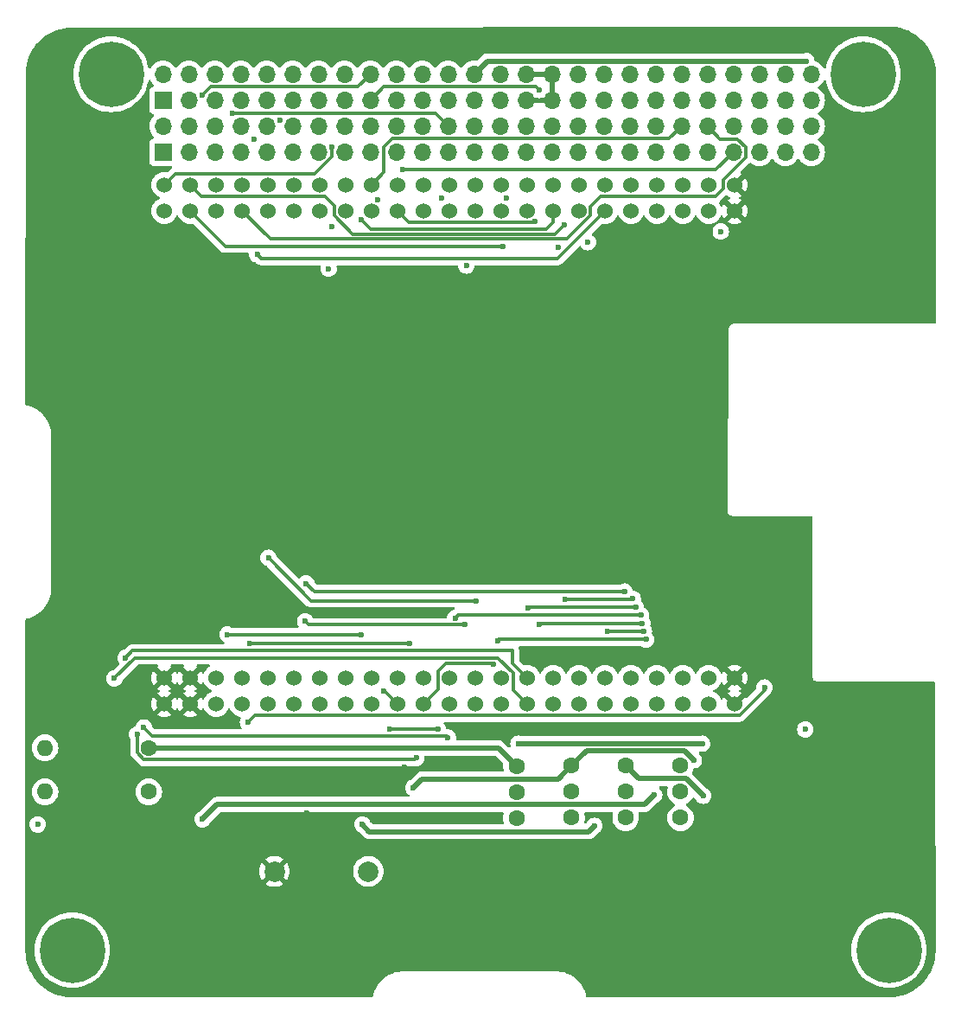
<source format=gbr>
%TF.GenerationSoftware,KiCad,Pcbnew,8.0.2-1*%
%TF.CreationDate,2024-09-16T16:57:07-05:00*%
%TF.ProjectId,BeagleBonePC104,42656167-6c65-4426-9f6e-655043313034,rev?*%
%TF.SameCoordinates,Original*%
%TF.FileFunction,Copper,L4,Bot*%
%TF.FilePolarity,Positive*%
%FSLAX46Y46*%
G04 Gerber Fmt 4.6, Leading zero omitted, Abs format (unit mm)*
G04 Created by KiCad (PCBNEW 8.0.2-1) date 2024-09-16 16:57:07*
%MOMM*%
%LPD*%
G01*
G04 APERTURE LIST*
%TA.AperFunction,ComponentPad*%
%ADD10C,2.000000*%
%TD*%
%TA.AperFunction,ComponentPad*%
%ADD11C,1.600000*%
%TD*%
%TA.AperFunction,ComponentPad*%
%ADD12O,1.600000X1.600000*%
%TD*%
%TA.AperFunction,ComponentPad*%
%ADD13C,1.524000*%
%TD*%
%TA.AperFunction,ComponentPad*%
%ADD14C,6.400000*%
%TD*%
%TA.AperFunction,ComponentPad*%
%ADD15R,1.700000X1.700000*%
%TD*%
%TA.AperFunction,ComponentPad*%
%ADD16O,1.700000X1.700000*%
%TD*%
%TA.AperFunction,ViaPad*%
%ADD17C,0.600000*%
%TD*%
%TA.AperFunction,Conductor*%
%ADD18C,0.500000*%
%TD*%
%TA.AperFunction,Conductor*%
%ADD19C,0.300000*%
%TD*%
G04 APERTURE END LIST*
D10*
%TO.P,TP1,1,1*%
%TO.N,/10MHz_CLK*%
X114100000Y-157200000D03*
%TD*%
D11*
%TO.P,R1,1*%
%TO.N,Net-(R1-Pad1)*%
X92580000Y-145100000D03*
D12*
%TO.P,R1,2*%
%TO.N,/I2C_SCL*%
X82420000Y-145100000D03*
%TD*%
D10*
%TO.P,GND,1,1*%
%TO.N,GND*%
X104900000Y-157200000D03*
%TD*%
D13*
%TO.P,U1,1,GND*%
%TO.N,GND*%
X149980000Y-140800000D03*
%TO.P,U1,2,GND*%
X149980000Y-138260000D03*
%TO.P,U1,3,DC_3.3V*%
%TO.N,unconnected-(U1-DC_3.3V-Pad3)*%
X147440000Y-140800000D03*
%TO.P,U1,4,DC_3.3V*%
%TO.N,unconnected-(U1-DC_3.3V-Pad4)*%
X147440000Y-138260000D03*
%TO.P,U1,5,VDD_5V*%
%TO.N,Net-(R1-Pad1)*%
X144900000Y-140800000D03*
%TO.P,U1,6,VDD_5V*%
X144900000Y-138260000D03*
%TO.P,U1,7,SYS_5V*%
%TO.N,unconnected-(U1-SYS_5V-Pad7)*%
X142360000Y-140800000D03*
%TO.P,U1,8,SYS_5V*%
%TO.N,unconnected-(U1-SYS_5V-Pad8)*%
X142360000Y-138260000D03*
%TO.P,U1,9,PWR_BUT*%
%TO.N,unconnected-(U1-PWR_BUT-Pad9)*%
X139820000Y-140800000D03*
%TO.P,U1,10,SYS_RESETn*%
%TO.N,/SYS_RESETn*%
X139820000Y-138260000D03*
%TO.P,U1,11,UART4_RXD*%
%TO.N,unconnected-(U1-UART4_RXD-Pad11)*%
X137280000Y-140800000D03*
%TO.P,U1,12,GPIO1_28*%
%TO.N,/GPIO1_28*%
X137280000Y-138260000D03*
%TO.P,U1,13,UART4_TXD*%
%TO.N,unconnected-(U1-UART4_TXD-Pad13)*%
X134740000Y-140800000D03*
%TO.P,U1,14,EHRPWM1A*%
%TO.N,unconnected-(U1-EHRPWM1A-Pad14)*%
X134740000Y-138260000D03*
%TO.P,U1,15,GPIO1_16*%
%TO.N,/GPIO1_16*%
X132200000Y-140800000D03*
%TO.P,U1,16,EHRPWM1B*%
%TO.N,unconnected-(U1-EHRPWM1B-Pad16)*%
X132200000Y-138260000D03*
%TO.P,U1,17,I2C1_SCL*%
%TO.N,/I2C_SCL*%
X129660000Y-140800000D03*
%TO.P,U1,18,I2C1_SDA*%
%TO.N,/I2C_SDA*%
X129660000Y-138260000D03*
%TO.P,U1,19,I2C2_SCL*%
%TO.N,unconnected-(U1-I2C2_SCL-Pad19)*%
X127120000Y-140800000D03*
%TO.P,U1,20,I2C2_SDA*%
%TO.N,unconnected-(U1-I2C2_SDA-Pad20)*%
X127120000Y-138260000D03*
%TO.P,U1,21,UART2_TXD*%
%TO.N,/UART_TX*%
X124580000Y-140800000D03*
%TO.P,U1,22,UART2_RXD*%
%TO.N,/UART_RX*%
X124580000Y-138260000D03*
%TO.P,U1,23,GPIO1_17*%
%TO.N,/FC_TEMP*%
X122040000Y-140800000D03*
%TO.P,U1,24,DCAN1_RX*%
%TO.N,/CAN1_RX*%
X122040000Y-138260000D03*
%TO.P,U1,25,GPIO3_21*%
%TO.N,/CAN_SLNT*%
X119500000Y-140800000D03*
%TO.P,U1,26,DCAN1_TX*%
%TO.N,/CAN1_TX*%
X119500000Y-138260000D03*
%TO.P,U1,27,GPIO3_19*%
%TO.N,/GPIO3_19*%
X116960000Y-140800000D03*
%TO.P,U1,28,SPI1_CS0*%
%TO.N,unconnected-(U1-SPI1_CS0-Pad28)*%
X116960000Y-138260000D03*
%TO.P,U1,29,SPI1_D0*%
%TO.N,unconnected-(U1-SPI1_D0-Pad29)*%
X114420000Y-140800000D03*
%TO.P,U1,30,SPI1_D1*%
%TO.N,unconnected-(U1-SPI1_D1-Pad30)*%
X114420000Y-138260000D03*
%TO.P,U1,31,SPI1_SCLK*%
%TO.N,unconnected-(U1-SPI1_SCLK-Pad31)*%
X111880000Y-140800000D03*
%TO.P,U1,32,VADC*%
%TO.N,unconnected-(U1-VADC-Pad32)*%
X111880000Y-138260000D03*
%TO.P,U1,33,AIN4*%
%TO.N,unconnected-(U1-AIN4-Pad33)*%
X109340000Y-140800000D03*
%TO.P,U1,34,AGND*%
%TO.N,unconnected-(U1-AGND-Pad34)*%
X109340000Y-138260000D03*
%TO.P,U1,35,AIN6*%
%TO.N,unconnected-(U1-AIN6-Pad35)*%
X106800000Y-140800000D03*
%TO.P,U1,36,AIN5*%
%TO.N,unconnected-(U1-AIN5-Pad36)*%
X106800000Y-138260000D03*
%TO.P,U1,37,AIN2*%
%TO.N,unconnected-(U1-AIN2-Pad37)*%
X104260000Y-140800000D03*
%TO.P,U1,38,AIN3*%
%TO.N,unconnected-(U1-AIN3-Pad38)*%
X104260000Y-138260000D03*
%TO.P,U1,39,AIN0*%
%TO.N,unconnected-(U1-AIN0-Pad39)*%
X101720000Y-140800000D03*
%TO.P,U1,40,AIN1*%
%TO.N,unconnected-(U1-AIN1-Pad40)*%
X101720000Y-138260000D03*
%TO.P,U1,41,GPIO3_20*%
%TO.N,/GPIO3_20*%
X99180000Y-140800000D03*
%TO.P,U1,42,GPIO0_7*%
%TO.N,/GPIO0_7*%
X99180000Y-138260000D03*
%TO.P,U1,43,GND*%
%TO.N,GND*%
X96640000Y-140800000D03*
%TO.P,U1,44,GND*%
X96640000Y-138260000D03*
%TO.P,U1,45,GND*%
X94100000Y-140800000D03*
%TO.P,U1,46,GND*%
X94100000Y-138260000D03*
%TO.P,U1,47,GND*%
X149980000Y-92540000D03*
%TO.P,U1,48,GND*%
X149980000Y-90000000D03*
%TO.P,U1,49,GPIO1_6*%
%TO.N,unconnected-(U1-GPIO1_6-Pad49)*%
X147440000Y-92540000D03*
%TO.P,U1,50,GPIO1_7*%
%TO.N,unconnected-(U1-GPIO1_7-Pad50)*%
X147440000Y-90000000D03*
%TO.P,U1,51,GPIO1_2*%
%TO.N,unconnected-(U1-GPIO1_2-Pad51)*%
X144900000Y-92540000D03*
%TO.P,U1,52,GPIO1_3*%
%TO.N,unconnected-(U1-GPIO1_3-Pad52)*%
X144900000Y-90000000D03*
%TO.P,U1,53,TIMER4*%
%TO.N,unconnected-(U1-TIMER4-Pad53)*%
X142360000Y-92540000D03*
%TO.P,U1,54,TIMER7*%
%TO.N,unconnected-(U1-TIMER7-Pad54)*%
X142360000Y-90000000D03*
%TO.P,U1,55,TIMER5*%
%TO.N,unconnected-(U1-TIMER5-Pad55)*%
X139820000Y-92540000D03*
%TO.P,U1,56,TIMER6*%
%TO.N,unconnected-(U1-TIMER6-Pad56)*%
X139820000Y-90000000D03*
%TO.P,U1,57,GPIO1_13*%
%TO.N,/GPIO1_13*%
X137280000Y-92540000D03*
%TO.P,U1,58,GPIO1_12*%
%TO.N,/GPIO1_12*%
X137280000Y-90000000D03*
%TO.P,U1,59,EHRPWM2B*%
%TO.N,unconnected-(U1-EHRPWM2B-Pad59)*%
X134740000Y-92540000D03*
%TO.P,U1,60,GPIO0_26*%
%TO.N,/GPIO1_26*%
X134740000Y-90000000D03*
%TO.P,U1,61,GPIO1_15*%
%TO.N,/GPIO1_15*%
X132200000Y-92540000D03*
%TO.P,U1,62,GPIO1_14*%
%TO.N,/GPIO1_14*%
X132200000Y-90000000D03*
%TO.P,U1,63,GPIO0_27*%
%TO.N,/GPIO1_27*%
X129660000Y-92540000D03*
%TO.P,U1,64,GPIO2_1*%
%TO.N,/GPIO2_1*%
X129660000Y-90000000D03*
%TO.P,U1,65,EHRPWM2A*%
%TO.N,unconnected-(U1-EHRPWM2A-Pad65)*%
X127120000Y-92540000D03*
%TO.P,U1,66,GPIO1_31*%
%TO.N,unconnected-(U1-GPIO1_31-Pad66)*%
X127120000Y-90000000D03*
%TO.P,U1,67,GPIO1_30*%
%TO.N,unconnected-(U1-GPIO1_30-Pad67)*%
X124580000Y-92540000D03*
%TO.P,U1,68,GPIO1_5*%
%TO.N,unconnected-(U1-GPIO1_5-Pad68)*%
X124580000Y-90000000D03*
%TO.P,U1,69,GPIO1_4*%
%TO.N,unconnected-(U1-GPIO1_4-Pad69)*%
X122040000Y-92540000D03*
%TO.P,U1,70,GPIO1_1*%
%TO.N,unconnected-(U1-GPIO1_1-Pad70)*%
X122040000Y-90000000D03*
%TO.P,U1,71,GPIO1_0*%
%TO.N,unconnected-(U1-GPIO1_0-Pad71)*%
X119500000Y-92540000D03*
%TO.P,U1,72,GPIO1_29*%
%TO.N,/GPIO1_29*%
X119500000Y-90000000D03*
%TO.P,U1,73,GPIO2_22*%
%TO.N,/GPI02_22*%
X116960000Y-92540000D03*
%TO.P,U1,74,GPIO2_24*%
%TO.N,/GPIO2_24*%
X116960000Y-90000000D03*
%TO.P,U1,75,GPIO2_23*%
%TO.N,/GPIO2_23*%
X114420000Y-92540000D03*
%TO.P,U1,76,GPIO2_25*%
%TO.N,/GPIO2_25*%
X114420000Y-90000000D03*
%TO.P,U1,77,UART5_CTSN*%
%TO.N,unconnected-(U1-UART5_CTSN-Pad77)*%
X111880000Y-92540000D03*
%TO.P,U1,78,UART5_RTSN*%
%TO.N,unconnected-(U1-UART5_RTSN-Pad78)*%
X111880000Y-90000000D03*
%TO.P,U1,79,UART4_RTSN*%
%TO.N,unconnected-(U1-UART4_RTSN-Pad79)*%
X109340000Y-92540000D03*
%TO.P,U1,80,UART3_RTSN*%
%TO.N,unconnected-(U1-UART3_RTSN-Pad80)*%
X109340000Y-90000000D03*
%TO.P,U1,81,UART4_CTSN*%
%TO.N,unconnected-(U1-UART4_CTSN-Pad81)*%
X106800000Y-92540000D03*
%TO.P,U1,82,UART3_CTSN*%
%TO.N,unconnected-(U1-UART3_CTSN-Pad82)*%
X106800000Y-90000000D03*
%TO.P,U1,83,UART5_TXD*%
%TO.N,/UART_TX*%
X104260000Y-92540000D03*
%TO.P,U1,84,UART5_RXD*%
%TO.N,/UART_RX*%
X104260000Y-90000000D03*
%TO.P,U1,85,GPIO2_12*%
%TO.N,/GPIO2_12*%
X101720000Y-92540000D03*
%TO.P,U1,86,GPIO2_13*%
%TO.N,/GPIO2_13*%
X101720000Y-90000000D03*
%TO.P,U1,87,GPIO2_10*%
%TO.N,/GPIO2_10*%
X99180000Y-92540000D03*
%TO.P,U1,88,GPIO2_11*%
%TO.N,/GPIO2_11*%
X99180000Y-90000000D03*
%TO.P,U1,89,GPIO2_8*%
%TO.N,/GPIO2_8*%
X96640000Y-92540000D03*
%TO.P,U1,90,GPIO2_9*%
%TO.N,/GPIO2_9*%
X96640000Y-90000000D03*
%TO.P,U1,91,GPIO2_6*%
%TO.N,/GPIO2_6*%
X94100000Y-92540000D03*
%TO.P,U1,92,GPIO2_7*%
%TO.N,/GPIO2_7*%
X94100000Y-90000000D03*
%TD*%
D11*
%TO.P,U7,1*%
%TO.N,Net-(R1-Pad1)*%
X128600000Y-146865000D03*
%TO.P,U7,2*%
%TO.N,/5V*%
X128600000Y-149405000D03*
%TO.P,U7,3*%
%TO.N,unconnected-(U7-Pad3)*%
X128600000Y-151945000D03*
%TD*%
%TO.P,R2,1*%
%TO.N,Net-(R1-Pad1)*%
X92580000Y-149400000D03*
D12*
%TO.P,R2,2*%
%TO.N,/I2C_SDA*%
X82420000Y-149400000D03*
%TD*%
D14*
%TO.P,U2,*%
%TO.N,*%
X85090000Y-164900000D03*
X88900000Y-79170000D03*
X162560000Y-79170000D03*
X165100000Y-164900000D03*
D15*
%TO.P,U2,1,CANL1*%
%TO.N,/CAN_L*%
X93980000Y-86790000D03*
D16*
%TO.P,U2,2,CANL2*%
%TO.N,unconnected-(U2-CANL2-Pad2)*%
X93980000Y-84250000D03*
%TO.P,U2,3,CANH1*%
%TO.N,/CAN_H*%
X96520000Y-86790000D03*
%TO.P,U2,4,CANH2*%
%TO.N,unconnected-(U2-CANH2-Pad4)*%
X96520000Y-84250000D03*
%TO.P,U2,5,UART_A_TX*%
%TO.N,unconnected-(U2-UART_A_TX-Pad5)*%
X99060000Y-86790000D03*
%TO.P,U2,6,UART_B_TX*%
%TO.N,unconnected-(U2-UART_B_TX-Pad6)*%
X99060000Y-84250000D03*
%TO.P,U2,7,UART_A_RX*%
%TO.N,unconnected-(U2-UART_A_RX-Pad7)*%
X101600000Y-86790000D03*
%TO.P,U2,8,UART_B_RX*%
%TO.N,unconnected-(U2-UART_B_RX-Pad8)*%
X101600000Y-84250000D03*
%TO.P,U2,9*%
%TO.N,unconnected-(U2-Pad9)*%
X104140000Y-86790000D03*
%TO.P,U2,10*%
%TO.N,unconnected-(U2-Pad10)*%
X104140000Y-84250000D03*
%TO.P,U2,11*%
%TO.N,/GPIO1_13*%
X106680000Y-86790000D03*
%TO.P,U2,12,BGLBON_RST*%
%TO.N,/SYS_RESETn*%
X106680000Y-84250000D03*
%TO.P,U2,13*%
%TO.N,/GPIO1_12*%
X109220000Y-86790000D03*
%TO.P,U2,14*%
%TO.N,unconnected-(U2-Pad14)*%
X109220000Y-84250000D03*
%TO.P,U2,15*%
%TO.N,/GPIO1_26*%
X111760000Y-86790000D03*
%TO.P,U2,16*%
%TO.N,unconnected-(U2-Pad16)*%
X111760000Y-84250000D03*
%TO.P,U2,17*%
%TO.N,/GPIO1_15*%
X114300000Y-86790000D03*
%TO.P,U2,18*%
%TO.N,unconnected-(U2-Pad18)*%
X114300000Y-84250000D03*
%TO.P,U2,19,UART_1_TX*%
%TO.N,/UART_TX*%
X116840000Y-86790000D03*
%TO.P,U2,20,UART_1_RX*%
%TO.N,/UART_RX*%
X116840000Y-84250000D03*
%TO.P,U2,21*%
%TO.N,/GPIO1_27*%
X119380000Y-86790000D03*
%TO.P,U2,22*%
%TO.N,/GPIO2_13*%
X119380000Y-84250000D03*
%TO.P,U2,23*%
%TO.N,/GPIO2_1*%
X121920000Y-86790000D03*
%TO.P,U2,24*%
%TO.N,/GPIO2_10*%
X121920000Y-84250000D03*
%TO.P,U2,25,3V3_MAIN*%
%TO.N,/3V3*%
X124460000Y-86790000D03*
%TO.P,U2,26,3V3_MAIN*%
X124460000Y-84250000D03*
%TO.P,U2,27*%
%TO.N,/GPIO1_29*%
X127000000Y-86790000D03*
%TO.P,U2,28*%
%TO.N,/GPIO2_11*%
X127000000Y-84250000D03*
%TO.P,U2,29*%
%TO.N,/GPI02_22*%
X129540000Y-86790000D03*
%TO.P,U2,30*%
%TO.N,/GPIO2_8*%
X129540000Y-84250000D03*
%TO.P,U2,31,CHARGE*%
%TO.N,unconnected-(U2-CHARGE-Pad31)*%
X132080000Y-86790000D03*
%TO.P,U2,32,CHARGE*%
%TO.N,unconnected-(U2-CHARGE-Pad32)*%
X132080000Y-84250000D03*
%TO.P,U2,33,GNSS_UART_TX*%
%TO.N,/UART_TX*%
X134620000Y-86790000D03*
%TO.P,U2,34*%
%TO.N,/GPIO2_9*%
X134620000Y-84250000D03*
%TO.P,U2,35,GNSS_UART_RX*%
%TO.N,/UART_RX*%
X137160000Y-86790000D03*
%TO.P,U2,36*%
%TO.N,unconnected-(U2-Pad36)*%
X137160000Y-84250000D03*
%TO.P,U2,37,CAN_H*%
%TO.N,unconnected-(U2-CAN_H-Pad37)*%
X139700000Y-86790000D03*
%TO.P,U2,38,CAN_L*%
%TO.N,unconnected-(U2-CAN_L-Pad38)*%
X139700000Y-84250000D03*
%TO.P,U2,39*%
%TO.N,unconnected-(U2-Pad39)*%
X142240000Y-86790000D03*
%TO.P,U2,40*%
%TO.N,unconnected-(U2-Pad40)*%
X142240000Y-84250000D03*
%TO.P,U2,41,I2C1_SDA*%
%TO.N,/I2C_SDA*%
X144780000Y-86790000D03*
%TO.P,U2,42*%
%TO.N,/GPIO2_25*%
X144780000Y-84250000D03*
%TO.P,U2,43,I2C1_SCL*%
%TO.N,/I2C_SCL*%
X147320000Y-86790000D03*
%TO.P,U2,44*%
%TO.N,/GPIO2_12*%
X147320000Y-84250000D03*
%TO.P,U2,45*%
%TO.N,/GPIO2_24*%
X149860000Y-86790000D03*
%TO.P,U2,46*%
%TO.N,/GPIO2_23*%
X149860000Y-84250000D03*
%TO.P,U2,47*%
%TO.N,unconnected-(U2-Pad47)*%
X152400000Y-86790000D03*
%TO.P,U2,48*%
%TO.N,unconnected-(U2-Pad48)*%
X152400000Y-84250000D03*
%TO.P,U2,49*%
%TO.N,unconnected-(U2-Pad49)*%
X154940000Y-86790000D03*
%TO.P,U2,50*%
%TO.N,unconnected-(U2-Pad50)*%
X154940000Y-84250000D03*
%TO.P,U2,51*%
%TO.N,unconnected-(U2-Pad51)*%
X157480000Y-86790000D03*
%TO.P,U2,52*%
%TO.N,unconnected-(U2-Pad52)*%
X157480000Y-84250000D03*
D15*
%TO.P,U2,53,TEMP_1*%
%TO.N,unconnected-(U2-TEMP_1-Pad53)*%
X93980000Y-81710000D03*
D16*
%TO.P,U2,54,TEMP_2*%
%TO.N,unconnected-(U2-TEMP_2-Pad54)*%
X93980000Y-79170000D03*
%TO.P,U2,55,TEMP_3*%
%TO.N,unconnected-(U2-TEMP_3-Pad55)*%
X96520000Y-81710000D03*
%TO.P,U2,56,TEMP_4*%
%TO.N,unconnected-(U2-TEMP_4-Pad56)*%
X96520000Y-79170000D03*
%TO.P,U2,57,TEMP_7*%
%TO.N,unconnected-(U2-TEMP_7-Pad57)*%
X99060000Y-81710000D03*
%TO.P,U2,58,TEMP_6*%
%TO.N,unconnected-(U2-TEMP_6-Pad58)*%
X99060000Y-79170000D03*
%TO.P,U2,59,TEMP_9*%
%TO.N,unconnected-(U2-TEMP_9-Pad59)*%
X101600000Y-81710000D03*
%TO.P,U2,60,TEMP_8*%
%TO.N,unconnected-(U2-TEMP_8-Pad60)*%
X101600000Y-79170000D03*
%TO.P,U2,61,TEMP_11*%
%TO.N,unconnected-(U2-TEMP_11-Pad61)*%
X104140000Y-81710000D03*
%TO.P,U2,62,TEMP_10*%
%TO.N,unconnected-(U2-TEMP_10-Pad62)*%
X104140000Y-79170000D03*
%TO.P,U2,63,TEMP_13*%
%TO.N,unconnected-(U2-TEMP_13-Pad63)*%
X106680000Y-81710000D03*
%TO.P,U2,64,TEMP_12*%
%TO.N,unconnected-(U2-TEMP_12-Pad64)*%
X106680000Y-79170000D03*
%TO.P,U2,65,TEMP_15*%
%TO.N,unconnected-(U2-TEMP_15-Pad65)*%
X109220000Y-81710000D03*
%TO.P,U2,66*%
%TO.N,unconnected-(U2-Pad66)*%
X109220000Y-79170000D03*
%TO.P,U2,67*%
%TO.N,unconnected-(U2-Pad67)*%
X111760000Y-81710000D03*
%TO.P,U2,68,ADCS_ENABLE*%
%TO.N,/GPIO2_7*%
X111760000Y-79170000D03*
%TO.P,U2,69*%
%TO.N,/GPIO1_14*%
X114300000Y-81710000D03*
%TO.P,U2,70,ADCS_BOOT*%
%TO.N,/GPIO2_6*%
X114300000Y-79170000D03*
%TO.P,U2,71*%
%TO.N,/GPIO0_7*%
X116840000Y-81710000D03*
%TO.P,U2,72*%
%TO.N,unconnected-(U2-Pad72)*%
X116840000Y-79170000D03*
%TO.P,U2,73*%
%TO.N,/GPIO3_20*%
X119380000Y-81710000D03*
%TO.P,U2,74*%
%TO.N,/GPIO3_19*%
X119380000Y-79170000D03*
%TO.P,U2,75*%
%TO.N,unconnected-(U2-Pad75)*%
X121920000Y-81710000D03*
%TO.P,U2,76*%
%TO.N,unconnected-(U2-Pad76)*%
X121920000Y-79170000D03*
%TO.P,U2,77,5V_MAIN*%
%TO.N,/5V*%
X124460000Y-81710000D03*
%TO.P,U2,78,5V_MAIN*%
X124460000Y-79170000D03*
%TO.P,U2,79,3V3_MAIN*%
%TO.N,/3V3*%
X127000000Y-81710000D03*
%TO.P,U2,80,3V3_MAIN*%
X127000000Y-79170000D03*
%TO.P,U2,81,GND*%
%TO.N,GND*%
X129540000Y-81710000D03*
%TO.P,U2,82,GND*%
X129540000Y-79170000D03*
%TO.P,U2,83,GND*%
X132080000Y-81710000D03*
%TO.P,U2,84,GND*%
X132080000Y-79170000D03*
%TO.P,U2,85,PLOD_STAT_1*%
%TO.N,unconnected-(U2-PLOD_STAT_1-Pad85)*%
X134620000Y-81710000D03*
%TO.P,U2,86,PLOD_STAT_2*%
%TO.N,unconnected-(U2-PLOD_STAT_2-Pad86)*%
X134620000Y-79170000D03*
%TO.P,U2,87,PLOD_STAT_3*%
%TO.N,unconnected-(U2-PLOD_STAT_3-Pad87)*%
X137160000Y-81710000D03*
%TO.P,U2,88,PLOD_STAT_4*%
%TO.N,unconnected-(U2-PLOD_STAT_4-Pad88)*%
X137160000Y-79170000D03*
%TO.P,U2,89,PLOD_STAT_5*%
%TO.N,unconnected-(U2-PLOD_STAT_5-Pad89)*%
X139700000Y-81710000D03*
%TO.P,U2,90,PLOD_COMP_RST*%
%TO.N,unconnected-(U2-PLOD_COMP_RST-Pad90)*%
X139700000Y-79170000D03*
%TO.P,U2,91*%
%TO.N,unconnected-(U2-Pad91)*%
X142240000Y-81710000D03*
%TO.P,U2,92*%
%TO.N,/GPIO1_16*%
X142240000Y-79170000D03*
%TO.P,U2,93,BURN_ENABLE_1*%
%TO.N,unconnected-(U2-BURN_ENABLE_1-Pad93)*%
X144780000Y-81710000D03*
%TO.P,U2,94,BURN_ENABLE_2*%
%TO.N,unconnected-(U2-BURN_ENABLE_2-Pad94)*%
X144780000Y-79170000D03*
%TO.P,U2,95*%
%TO.N,/GPIO1_28*%
X147320000Y-81710000D03*
%TO.P,U2,96*%
%TO.N,/FC_TEMP*%
X147320000Y-79170000D03*
%TO.P,U2,97*%
%TO.N,unconnected-(U2-Pad97)*%
X149860000Y-81710000D03*
%TO.P,U2,98*%
%TO.N,unconnected-(U2-Pad98)*%
X149860000Y-79170000D03*
%TO.P,U2,99*%
%TO.N,unconnected-(U2-Pad99)*%
X152400000Y-81710000D03*
%TO.P,U2,100*%
%TO.N,unconnected-(U2-Pad100)*%
X152400000Y-79170000D03*
%TO.P,U2,101*%
%TO.N,unconnected-(U2-Pad101)*%
X154940000Y-81710000D03*
%TO.P,U2,102*%
%TO.N,/CAN_SLNT*%
X154940000Y-79170000D03*
%TO.P,U2,103*%
%TO.N,/10MHz_CLK*%
X157480000Y-81710000D03*
%TO.P,U2,104,BURN_FET*%
%TO.N,unconnected-(U2-BURN_FET-Pad104)*%
X157480000Y-79170000D03*
%TD*%
D11*
%TO.P,U9,1*%
%TO.N,Net-(D5-A)*%
X139300000Y-146860000D03*
%TO.P,U9,2*%
%TO.N,/3V3*%
X139300000Y-149400000D03*
%TO.P,U9,3*%
%TO.N,unconnected-(U9-Pad3)*%
X139300000Y-151940000D03*
%TD*%
%TO.P,U8,1*%
%TO.N,Net-(D4-A)*%
X134000000Y-146860000D03*
%TO.P,U8,2*%
%TO.N,/3V3*%
X134000000Y-149400000D03*
%TO.P,U8,3*%
%TO.N,unconnected-(U8-Pad3)*%
X134000000Y-151940000D03*
%TD*%
%TO.P,U6,1*%
%TO.N,Net-(D6-A)*%
X144680000Y-146860000D03*
%TO.P,U6,2*%
%TO.N,/3V3*%
X144680000Y-149400000D03*
%TO.P,U6,3*%
%TO.N,unconnected-(U6-Pad3)*%
X144680000Y-151940000D03*
%TD*%
D17*
%TO.N,/5V*%
X157000000Y-77870000D03*
X128800000Y-144700000D03*
X146800000Y-144700000D03*
%TO.N,/I2C_SCL*%
X130800000Y-133000000D03*
X140935487Y-132917096D03*
X89210000Y-138310000D03*
%TO.N,/I2C_SDA*%
X129700000Y-131400000D03*
X90300000Y-136300000D03*
X140300000Y-131300000D03*
%TO.N,/GPIO2_24*%
X117422000Y-88500000D03*
%TO.N,/SYS_RESETn*%
X108000000Y-129000000D03*
X139200000Y-129800000D03*
%TO.N,/UART_TX*%
X104300000Y-126500000D03*
X124700000Y-130700000D03*
X114990000Y-91414058D03*
%TO.N,GND*%
X108100000Y-151500000D03*
X101330000Y-152300000D03*
X117600000Y-147000000D03*
%TO.N,/CAN_SLNT*%
X126390380Y-136950000D03*
X126800000Y-134600000D03*
X141300000Y-134500000D03*
%TO.N,/GPIO2_23*%
X148623366Y-94550000D03*
%TO.N,/GPIO2_8*%
X127300000Y-96000000D03*
%TO.N,/GPIO2_10*%
X100800000Y-83000000D03*
%TO.N,/CAN1_RX*%
X120900000Y-143300000D03*
X116200000Y-143300000D03*
%TO.N,/UART_RX*%
X123600000Y-133000000D03*
X105400000Y-83700000D03*
X107900000Y-132700000D03*
%TO.N,/GPIO2_6*%
X97800000Y-81200000D03*
%TO.N,/GPIO2_7*%
X110509268Y-86281891D03*
%TO.N,/GPIO1_13*%
X103200000Y-96800000D03*
%TO.N,/GPIO1_27*%
X121300000Y-91300000D03*
%TO.N,/GPIO2_9*%
X133300000Y-93900000D03*
%TO.N,/GPIO1_15*%
X113400000Y-93400000D03*
%TO.N,/GPIO0_7*%
X113400000Y-134000000D03*
X100300000Y-134000000D03*
%TO.N,/GPI02_22*%
X130400000Y-93600000D03*
%TO.N,/GPIO2_13*%
X102900000Y-85500000D03*
%TO.N,/GPIO1_12*%
X110200000Y-98200000D03*
X135600000Y-95600000D03*
%TO.N,/GPIO1_26*%
X132700000Y-96100000D03*
X110500000Y-94100000D03*
%TO.N,/GPIO1_14*%
X130800000Y-80700000D03*
%TO.N,/CAN_L*%
X91430000Y-143800000D03*
X118800000Y-146100000D03*
%TO.N,/GPIO1_28*%
X141100000Y-133700000D03*
X137500000Y-133700000D03*
%TO.N,/CAN_H*%
X121900000Y-144100000D03*
X92100000Y-143100000D03*
%TO.N,/GPIO3_20*%
X102500000Y-134900000D03*
X118100000Y-134900000D03*
%TO.N,/FC_TEMP*%
X122600000Y-132400000D03*
X140800000Y-132100000D03*
%TO.N,Net-(D6-A)*%
X142100000Y-149700000D03*
X97850000Y-152100000D03*
%TO.N,/GPIO1_29*%
X127600000Y-91300000D03*
%TO.N,/GPIO1_16*%
X140000000Y-130500000D03*
X133400000Y-130600000D03*
%TO.N,/GPIO3_19*%
X115600000Y-139500000D03*
%TO.N,/GPIO2_11*%
X123700000Y-97900000D03*
%TO.N,/3V3*%
X81700000Y-152600000D03*
X156900000Y-143300000D03*
%TO.N,/10MHz_CLK*%
X102300000Y-142600000D03*
X152900000Y-139200000D03*
%TO.N,Net-(D5-A)*%
X113500000Y-152600000D03*
X146900000Y-149800000D03*
X136236116Y-152736116D03*
%TO.N,Net-(D4-A)*%
X145990380Y-146309620D03*
X118500000Y-149000000D03*
%TD*%
D18*
%TO.N,/5V*%
X125760000Y-77870000D02*
X124460000Y-79170000D01*
X157000000Y-77870000D02*
X125760000Y-77870000D01*
X146800000Y-144700000D02*
X128800000Y-144700000D01*
D19*
%TO.N,/I2C_SCL*%
X130882904Y-132917096D02*
X130800000Y-133000000D01*
X128300000Y-137800000D02*
X128300000Y-139440000D01*
X91219239Y-136300000D02*
X126800000Y-136300000D01*
X126800000Y-136300000D02*
X128300000Y-137800000D01*
X140935487Y-132917096D02*
X130882904Y-132917096D01*
X128300000Y-139440000D02*
X129660000Y-140800000D01*
X89210000Y-138310000D02*
X89210000Y-138309239D01*
X89210000Y-138309239D02*
X91219239Y-136300000D01*
%TO.N,/I2C_SDA*%
X128200000Y-136800000D02*
X129660000Y-138260000D01*
X140300000Y-131300000D02*
X129800000Y-131300000D01*
X129800000Y-131300000D02*
X129700000Y-131400000D01*
X128200000Y-135600000D02*
X128200000Y-136800000D01*
X90300000Y-136300000D02*
X91000000Y-135600000D01*
X91000000Y-135600000D02*
X128200000Y-135600000D01*
%TO.N,/GPIO2_24*%
X117422000Y-88500000D02*
X148150000Y-88500000D01*
X148150000Y-88500000D02*
X149860000Y-86790000D01*
%TO.N,/SYS_RESETn*%
X108800000Y-129800000D02*
X108000000Y-129000000D01*
X139200000Y-129800000D02*
X108800000Y-129800000D01*
%TO.N,/UART_TX*%
X124700000Y-130700000D02*
X108500000Y-130700000D01*
X108500000Y-130700000D02*
X104300000Y-126500000D01*
%TO.N,/GPIO2_12*%
X101720000Y-92540000D02*
X104480000Y-95300000D01*
X148088000Y-91112000D02*
X148868000Y-90332000D01*
X135852000Y-92148000D02*
X136888000Y-91112000D01*
X133552606Y-95300000D02*
X135852000Y-93000606D01*
X136888000Y-91112000D02*
X148088000Y-91112000D01*
X104480000Y-95300000D02*
X133552606Y-95300000D01*
X135852000Y-93000606D02*
X135852000Y-92148000D01*
X151060000Y-86292943D02*
X150267057Y-85500000D01*
X148868000Y-90332000D02*
X148868000Y-89479057D01*
X148570000Y-85500000D02*
X147320000Y-84250000D01*
X150267057Y-85500000D02*
X148570000Y-85500000D01*
X148868000Y-89479057D02*
X151060000Y-87287057D01*
X151060000Y-87287057D02*
X151060000Y-86292943D01*
%TO.N,/CAN_SLNT*%
X126390380Y-136950000D02*
X126240380Y-136800000D01*
X121700000Y-136800000D02*
X120928000Y-137572000D01*
X120928000Y-139372000D02*
X119500000Y-140800000D01*
X126900000Y-134500000D02*
X126800000Y-134600000D01*
X141300000Y-134500000D02*
X126900000Y-134500000D01*
X126240380Y-136800000D02*
X121700000Y-136800000D01*
X120928000Y-137572000D02*
X120928000Y-139372000D01*
%TO.N,/GPIO2_8*%
X127300000Y-96000000D02*
X100100000Y-96000000D01*
X100100000Y-96000000D02*
X96640000Y-92540000D01*
%TO.N,/GPIO2_10*%
X120670000Y-83000000D02*
X121920000Y-84250000D01*
X100800000Y-83000000D02*
X120670000Y-83000000D01*
%TO.N,/CAN1_RX*%
X116200000Y-143300000D02*
X120900000Y-143300000D01*
%TO.N,/UART_RX*%
X107900000Y-132700000D02*
X108250000Y-133050000D01*
X123550000Y-133050000D02*
X123600000Y-133000000D01*
X108250000Y-133050000D02*
X123550000Y-133050000D01*
%TO.N,/GPIO2_6*%
X97800000Y-81200000D02*
X98630000Y-80370000D01*
X98630000Y-80370000D02*
X113100000Y-80370000D01*
X113100000Y-80370000D02*
X114300000Y-79170000D01*
%TO.N,/GPIO2_7*%
X95212000Y-88888000D02*
X94100000Y-90000000D01*
X108819057Y-88888000D02*
X95212000Y-88888000D01*
X110509268Y-87197789D02*
X108819057Y-88888000D01*
X110509268Y-86281891D02*
X110509268Y-87197789D01*
%TO.N,/GPIO1_13*%
X132620000Y-97200000D02*
X103600000Y-97200000D01*
X103600000Y-97200000D02*
X103200000Y-96800000D01*
X137280000Y-92540000D02*
X132620000Y-97200000D01*
%TO.N,/GPIO2_9*%
X97752000Y-91112000D02*
X109800606Y-91112000D01*
X112567394Y-94800000D02*
X132400000Y-94800000D01*
X109800606Y-91112000D02*
X110768000Y-92079394D01*
X110768000Y-92079394D02*
X110768000Y-93000606D01*
X132400000Y-94800000D02*
X133300000Y-93900000D01*
X110768000Y-93000606D02*
X112567394Y-94800000D01*
X96640000Y-90000000D02*
X97752000Y-91112000D01*
%TO.N,/GPIO2_25*%
X115640000Y-86292943D02*
X116482943Y-85450000D01*
X114420000Y-90000000D02*
X115640000Y-88780000D01*
X115640000Y-88780000D02*
X115640000Y-86292943D01*
X116482943Y-85450000D02*
X143580000Y-85450000D01*
X143580000Y-85450000D02*
X144780000Y-84250000D01*
%TO.N,/GPIO1_15*%
X132200000Y-92540000D02*
X132200000Y-93617630D01*
X114300000Y-94300000D02*
X113400000Y-93400000D01*
X132200000Y-93617630D02*
X131517630Y-94300000D01*
X131517630Y-94300000D02*
X114300000Y-94300000D01*
%TO.N,/GPIO0_7*%
X100300000Y-134000000D02*
X113400000Y-134000000D01*
%TO.N,/GPI02_22*%
X116960000Y-92540000D02*
X118072000Y-93652000D01*
X130348000Y-93652000D02*
X130400000Y-93600000D01*
X118072000Y-93652000D02*
X130348000Y-93652000D01*
%TO.N,/GPIO1_14*%
X115610000Y-80400000D02*
X130500000Y-80400000D01*
X130500000Y-80400000D02*
X130800000Y-80700000D01*
X114300000Y-81710000D02*
X115610000Y-80400000D01*
%TO.N,/CAN_L*%
X91430000Y-145576346D02*
X92103654Y-146250000D01*
X92103654Y-146250000D02*
X118650000Y-146250000D01*
X118650000Y-146250000D02*
X118800000Y-146100000D01*
X91430000Y-143800000D02*
X91430000Y-145576346D01*
%TO.N,/GPIO1_28*%
X137500000Y-133700000D02*
X141100000Y-133700000D01*
%TO.N,/CAN_H*%
X92950000Y-143950000D02*
X92100000Y-143100000D01*
X121750000Y-143950000D02*
X92950000Y-143950000D01*
X121900000Y-144100000D02*
X121750000Y-143950000D01*
%TO.N,/GPIO3_20*%
X102500000Y-134900000D02*
X118100000Y-134900000D01*
%TO.N,/FC_TEMP*%
X140800000Y-132100000D02*
X122900000Y-132100000D01*
X122900000Y-132100000D02*
X122600000Y-132400000D01*
D18*
%TO.N,Net-(D6-A)*%
X99295000Y-150655000D02*
X141145000Y-150655000D01*
X97850000Y-152100000D02*
X99295000Y-150655000D01*
X141145000Y-150655000D02*
X142100000Y-149700000D01*
D19*
%TO.N,/GPIO1_16*%
X139900000Y-130600000D02*
X133400000Y-130600000D01*
X140000000Y-130500000D02*
X139900000Y-130600000D01*
%TO.N,/GPIO3_19*%
X116960000Y-140800000D02*
X115660000Y-139500000D01*
X115660000Y-139500000D02*
X115600000Y-139500000D01*
%TO.N,/10MHz_CLK*%
X102988000Y-141912000D02*
X102300000Y-142600000D01*
X152900000Y-139200000D02*
X152900000Y-139452606D01*
X152900000Y-139452606D02*
X150440606Y-141912000D01*
X150440606Y-141912000D02*
X102988000Y-141912000D01*
D18*
%TO.N,Net-(R1-Pad1)*%
X128600000Y-146865000D02*
X126835000Y-145100000D01*
X126835000Y-145100000D02*
X92580000Y-145100000D01*
%TO.N,Net-(D5-A)*%
X136236116Y-152736117D02*
X135672233Y-153300000D01*
X114200000Y-153300000D02*
X113500000Y-152600000D01*
X140550000Y-148110000D02*
X145210000Y-148110000D01*
X135672233Y-153300000D02*
X114200000Y-153300000D01*
X139300000Y-146860000D02*
X140550000Y-148110000D01*
X136236116Y-152736116D02*
X136236116Y-152736117D01*
X145210000Y-148110000D02*
X146900000Y-149800000D01*
%TO.N,Net-(D4-A)*%
X132705000Y-148155000D02*
X134000000Y-146860000D01*
X118500000Y-149000000D02*
X119345000Y-148155000D01*
X119345000Y-148155000D02*
X132705000Y-148155000D01*
X145080760Y-145400000D02*
X135460000Y-145400000D01*
X145990380Y-146309620D02*
X145080760Y-145400000D01*
X135460000Y-145400000D02*
X134000000Y-146860000D01*
%TD*%
%TA.AperFunction,Conductor*%
%TO.N,GND*%
G36*
X96259000Y-138310160D02*
G01*
X96284964Y-138407061D01*
X96335124Y-138493940D01*
X96406060Y-138564876D01*
X96492939Y-138615036D01*
X96589840Y-138641000D01*
X96612553Y-138641000D01*
X95941810Y-139311740D01*
X96006589Y-139357098D01*
X96136373Y-139417618D01*
X96188812Y-139463790D01*
X96207964Y-139530984D01*
X96187748Y-139597865D01*
X96136373Y-139642382D01*
X96006590Y-139702901D01*
X95941811Y-139748258D01*
X96612553Y-140419000D01*
X96589840Y-140419000D01*
X96492939Y-140444964D01*
X96406060Y-140495124D01*
X96335124Y-140566060D01*
X96284964Y-140652939D01*
X96259000Y-140749840D01*
X96259000Y-140772553D01*
X95588258Y-140101811D01*
X95542901Y-140166590D01*
X95482382Y-140296373D01*
X95436209Y-140348812D01*
X95369016Y-140367964D01*
X95302135Y-140347748D01*
X95257618Y-140296373D01*
X95197096Y-140166586D01*
X95151741Y-140101811D01*
X95151740Y-140101810D01*
X94481000Y-140772551D01*
X94481000Y-140749840D01*
X94455036Y-140652939D01*
X94404876Y-140566060D01*
X94333940Y-140495124D01*
X94247061Y-140444964D01*
X94150160Y-140419000D01*
X94127448Y-140419000D01*
X94798188Y-139748259D01*
X94798187Y-139748258D01*
X94733411Y-139702901D01*
X94733405Y-139702898D01*
X94603627Y-139642382D01*
X94551187Y-139596210D01*
X94532035Y-139529017D01*
X94552251Y-139462135D01*
X94603627Y-139417618D01*
X94733407Y-139357100D01*
X94733417Y-139357094D01*
X94798188Y-139311741D01*
X94127448Y-138641000D01*
X94150160Y-138641000D01*
X94247061Y-138615036D01*
X94333940Y-138564876D01*
X94404876Y-138493940D01*
X94455036Y-138407061D01*
X94481000Y-138310160D01*
X94481000Y-138287447D01*
X95151741Y-138958188D01*
X95197094Y-138893417D01*
X95197100Y-138893407D01*
X95257618Y-138763627D01*
X95303790Y-138711187D01*
X95370983Y-138692035D01*
X95437865Y-138712251D01*
X95482382Y-138763627D01*
X95542898Y-138893405D01*
X95542901Y-138893411D01*
X95588258Y-138958187D01*
X95588259Y-138958188D01*
X96259000Y-138287447D01*
X96259000Y-138310160D01*
G37*
%TD.AperFunction*%
%TA.AperFunction,Conductor*%
G36*
X149599000Y-138310160D02*
G01*
X149624964Y-138407061D01*
X149675124Y-138493940D01*
X149746060Y-138564876D01*
X149832939Y-138615036D01*
X149929840Y-138641000D01*
X149952553Y-138641000D01*
X149281810Y-139311740D01*
X149346589Y-139357098D01*
X149476373Y-139417618D01*
X149528812Y-139463790D01*
X149547964Y-139530984D01*
X149527748Y-139597865D01*
X149476373Y-139642382D01*
X149346590Y-139702901D01*
X149281811Y-139748258D01*
X149952553Y-140419000D01*
X149929840Y-140419000D01*
X149832939Y-140444964D01*
X149746060Y-140495124D01*
X149675124Y-140566060D01*
X149624964Y-140652939D01*
X149599000Y-140749840D01*
X149599000Y-140772553D01*
X148928258Y-140101811D01*
X148882901Y-140166590D01*
X148822658Y-140295781D01*
X148776485Y-140348220D01*
X148709292Y-140367372D01*
X148642411Y-140347156D01*
X148597894Y-140295781D01*
X148537651Y-140166590D01*
X148537534Y-140166339D01*
X148410826Y-139985380D01*
X148254620Y-139829174D01*
X148254616Y-139829171D01*
X148254615Y-139829170D01*
X148073666Y-139702468D01*
X148073658Y-139702464D01*
X147944811Y-139642382D01*
X147892371Y-139596210D01*
X147873219Y-139529017D01*
X147893435Y-139462135D01*
X147944811Y-139417618D01*
X147950802Y-139414824D01*
X148073662Y-139357534D01*
X148254620Y-139230826D01*
X148410826Y-139074620D01*
X148537534Y-138893662D01*
X148597894Y-138764218D01*
X148644066Y-138711779D01*
X148711259Y-138692627D01*
X148778141Y-138712843D01*
X148822658Y-138764219D01*
X148882898Y-138893405D01*
X148882901Y-138893411D01*
X148928258Y-138958187D01*
X148928259Y-138958188D01*
X149599000Y-138287447D01*
X149599000Y-138310160D01*
G37*
%TD.AperFunction*%
%TA.AperFunction,Conductor*%
G36*
X97691741Y-138958188D02*
G01*
X97737094Y-138893417D01*
X97737095Y-138893416D01*
X97797340Y-138764219D01*
X97843512Y-138711780D01*
X97910706Y-138692627D01*
X97977587Y-138712842D01*
X98022105Y-138764218D01*
X98082466Y-138893662D01*
X98082468Y-138893666D01*
X98209170Y-139074615D01*
X98209175Y-139074621D01*
X98365378Y-139230824D01*
X98365384Y-139230829D01*
X98546333Y-139357531D01*
X98546335Y-139357532D01*
X98546338Y-139357534D01*
X98650499Y-139406105D01*
X98675189Y-139417618D01*
X98727628Y-139463790D01*
X98746780Y-139530984D01*
X98726564Y-139597865D01*
X98675189Y-139642382D01*
X98546340Y-139702465D01*
X98546338Y-139702466D01*
X98365377Y-139829175D01*
X98209175Y-139985377D01*
X98082467Y-140166337D01*
X98022105Y-140295782D01*
X97975932Y-140348221D01*
X97908738Y-140367372D01*
X97841857Y-140347156D01*
X97797341Y-140295780D01*
X97737098Y-140166589D01*
X97737097Y-140166587D01*
X97691741Y-140101811D01*
X97691740Y-140101810D01*
X97021000Y-140772551D01*
X97021000Y-140749840D01*
X96995036Y-140652939D01*
X96944876Y-140566060D01*
X96873940Y-140495124D01*
X96787061Y-140444964D01*
X96690160Y-140419000D01*
X96667448Y-140419000D01*
X97338188Y-139748259D01*
X97338187Y-139748258D01*
X97273411Y-139702901D01*
X97273405Y-139702898D01*
X97143627Y-139642382D01*
X97091187Y-139596210D01*
X97072035Y-139529017D01*
X97092251Y-139462135D01*
X97143627Y-139417618D01*
X97273407Y-139357100D01*
X97273417Y-139357094D01*
X97338188Y-139311741D01*
X96667448Y-138641000D01*
X96690160Y-138641000D01*
X96787061Y-138615036D01*
X96873940Y-138564876D01*
X96944876Y-138493940D01*
X96995036Y-138407061D01*
X97021000Y-138310160D01*
X97021000Y-138287447D01*
X97691741Y-138958188D01*
G37*
%TD.AperFunction*%
%TA.AperFunction,Conductor*%
G36*
X95983691Y-136970185D02*
G01*
X96029446Y-137022989D01*
X96039390Y-137092147D01*
X96010365Y-137155703D01*
X95987774Y-137176076D01*
X95941811Y-137208258D01*
X96612553Y-137879000D01*
X96589840Y-137879000D01*
X96492939Y-137904964D01*
X96406060Y-137955124D01*
X96335124Y-138026060D01*
X96284964Y-138112939D01*
X96259000Y-138209840D01*
X96259000Y-138232553D01*
X95588258Y-137561811D01*
X95542901Y-137626590D01*
X95482382Y-137756373D01*
X95436209Y-137808812D01*
X95369016Y-137827964D01*
X95302135Y-137807748D01*
X95257618Y-137756373D01*
X95197096Y-137626586D01*
X95151741Y-137561811D01*
X95151740Y-137561810D01*
X94481000Y-138232551D01*
X94481000Y-138209840D01*
X94455036Y-138112939D01*
X94404876Y-138026060D01*
X94333940Y-137955124D01*
X94247061Y-137904964D01*
X94150160Y-137879000D01*
X94127448Y-137879000D01*
X94798188Y-137208259D01*
X94798187Y-137208258D01*
X94752225Y-137176075D01*
X94708600Y-137121499D01*
X94701406Y-137052000D01*
X94732928Y-136989645D01*
X94793158Y-136954231D01*
X94823348Y-136950500D01*
X95916652Y-136950500D01*
X95983691Y-136970185D01*
G37*
%TD.AperFunction*%
%TA.AperFunction,Conductor*%
G36*
X98522820Y-136970185D02*
G01*
X98568575Y-137022989D01*
X98578519Y-137092147D01*
X98549494Y-137155703D01*
X98526906Y-137176072D01*
X98480941Y-137208258D01*
X98365377Y-137289175D01*
X98209175Y-137445377D01*
X98082467Y-137626337D01*
X98022105Y-137755782D01*
X97975932Y-137808221D01*
X97908738Y-137827372D01*
X97841857Y-137807156D01*
X97797341Y-137755780D01*
X97737098Y-137626589D01*
X97737097Y-137626587D01*
X97691741Y-137561811D01*
X97691740Y-137561810D01*
X97021000Y-138232551D01*
X97021000Y-138209840D01*
X96995036Y-138112939D01*
X96944876Y-138026060D01*
X96873940Y-137955124D01*
X96787061Y-137904964D01*
X96690160Y-137879000D01*
X96667448Y-137879000D01*
X97338188Y-137208259D01*
X97338187Y-137208258D01*
X97292225Y-137176075D01*
X97248600Y-137121499D01*
X97241406Y-137052000D01*
X97272928Y-136989645D01*
X97333158Y-136954231D01*
X97363348Y-136950500D01*
X98455781Y-136950500D01*
X98522820Y-136970185D01*
G37*
%TD.AperFunction*%
%TA.AperFunction,Conductor*%
G36*
X149213616Y-91008842D02*
G01*
X149241407Y-91023449D01*
X149346589Y-91097098D01*
X149476373Y-91157618D01*
X149528812Y-91203790D01*
X149547964Y-91270984D01*
X149527748Y-91337865D01*
X149476373Y-91382382D01*
X149346590Y-91442901D01*
X149281811Y-91488258D01*
X149952553Y-92159000D01*
X149929840Y-92159000D01*
X149832939Y-92184964D01*
X149746060Y-92235124D01*
X149675124Y-92306060D01*
X149624964Y-92392939D01*
X149599000Y-92489840D01*
X149599000Y-92512553D01*
X148928258Y-91841811D01*
X148882901Y-91906590D01*
X148822658Y-92035781D01*
X148776485Y-92088220D01*
X148709292Y-92107372D01*
X148642411Y-92087156D01*
X148597894Y-92035781D01*
X148573235Y-91982900D01*
X148537534Y-91906339D01*
X148461222Y-91797354D01*
X148438896Y-91731149D01*
X148455906Y-91663381D01*
X148493911Y-91623128D01*
X148502669Y-91617277D01*
X149082604Y-91037341D01*
X149143925Y-91003858D01*
X149213616Y-91008842D01*
G37*
%TD.AperFunction*%
%TA.AperFunction,Conductor*%
G36*
X130568132Y-81466958D02*
G01*
X130620745Y-81485368D01*
X130680496Y-81492100D01*
X130799996Y-81505565D01*
X130800000Y-81505565D01*
X130800004Y-81505565D01*
X130902431Y-81494023D01*
X130979255Y-81485368D01*
X131031868Y-81466958D01*
X131072822Y-81460000D01*
X131646988Y-81460000D01*
X131614075Y-81517007D01*
X131580000Y-81644174D01*
X131580000Y-81775826D01*
X131614075Y-81902993D01*
X131646988Y-81960000D01*
X129973012Y-81960000D01*
X130005925Y-81902993D01*
X130040000Y-81775826D01*
X130040000Y-81644174D01*
X130005925Y-81517007D01*
X129973012Y-81460000D01*
X130527178Y-81460000D01*
X130568132Y-81466958D01*
G37*
%TD.AperFunction*%
%TA.AperFunction,Conductor*%
G36*
X129733039Y-81070185D02*
G01*
X129778794Y-81122989D01*
X129790000Y-81174500D01*
X129790000Y-81276988D01*
X129732993Y-81244075D01*
X129605826Y-81210000D01*
X129474174Y-81210000D01*
X129347007Y-81244075D01*
X129290000Y-81276988D01*
X129290000Y-81174500D01*
X129309685Y-81107461D01*
X129362489Y-81061706D01*
X129414000Y-81050500D01*
X129666000Y-81050500D01*
X129733039Y-81070185D01*
G37*
%TD.AperFunction*%
%TA.AperFunction,Conductor*%
G36*
X132330000Y-81276988D02*
G01*
X132272993Y-81244075D01*
X132145826Y-81210000D01*
X132014174Y-81210000D01*
X131887007Y-81244075D01*
X131830000Y-81276988D01*
X131830000Y-79603012D01*
X131887007Y-79635925D01*
X132014174Y-79670000D01*
X132145826Y-79670000D01*
X132272993Y-79635925D01*
X132330000Y-79603012D01*
X132330000Y-81276988D01*
G37*
%TD.AperFunction*%
%TA.AperFunction,Conductor*%
G36*
X129790000Y-79625500D02*
G01*
X129770315Y-79692539D01*
X129717511Y-79738294D01*
X129666000Y-79749500D01*
X129414000Y-79749500D01*
X129346961Y-79729815D01*
X129301206Y-79677011D01*
X129290000Y-79625500D01*
X129290000Y-79603012D01*
X129347007Y-79635925D01*
X129474174Y-79670000D01*
X129605826Y-79670000D01*
X129732993Y-79635925D01*
X129790000Y-79603012D01*
X129790000Y-79625500D01*
G37*
%TD.AperFunction*%
%TA.AperFunction,Conductor*%
G36*
X131614075Y-78977007D02*
G01*
X131580000Y-79104174D01*
X131580000Y-79235826D01*
X131614075Y-79362993D01*
X131646988Y-79420000D01*
X129973012Y-79420000D01*
X130005925Y-79362993D01*
X130040000Y-79235826D01*
X130040000Y-79104174D01*
X130005925Y-78977007D01*
X129973012Y-78920000D01*
X131646988Y-78920000D01*
X131614075Y-78977007D01*
G37*
%TD.AperFunction*%
%TA.AperFunction,Conductor*%
G36*
X165013848Y-74500523D02*
G01*
X165404954Y-74510210D01*
X165415729Y-74510947D01*
X165803563Y-74554526D01*
X165814233Y-74556198D01*
X166196802Y-74633362D01*
X166207262Y-74635951D01*
X166581672Y-74746117D01*
X166591871Y-74749607D01*
X166955277Y-74891940D01*
X166965122Y-74896299D01*
X167314776Y-75069722D01*
X167324227Y-75074935D01*
X167657425Y-75278107D01*
X167666393Y-75284126D01*
X167980650Y-75515525D01*
X167989061Y-75522302D01*
X168282010Y-75780190D01*
X168289773Y-75787650D01*
X168559163Y-76070048D01*
X168566264Y-76078173D01*
X168810046Y-76382930D01*
X168816420Y-76391651D01*
X169032757Y-76716470D01*
X169038347Y-76725712D01*
X169225594Y-77068118D01*
X169230357Y-77077808D01*
X169245469Y-77112266D01*
X169387097Y-77435216D01*
X169391000Y-77445287D01*
X169516042Y-77814975D01*
X169519054Y-77825348D01*
X169611451Y-78204523D01*
X169613548Y-78215118D01*
X169672595Y-78600879D01*
X169673763Y-78611617D01*
X169698155Y-78987772D01*
X169698415Y-78995792D01*
X169698615Y-84722032D01*
X169699102Y-98705565D01*
X169699269Y-103475496D01*
X169679587Y-103542536D01*
X169626784Y-103588293D01*
X169575269Y-103599500D01*
X149901727Y-103599500D01*
X149901031Y-103599498D01*
X149900572Y-103599495D01*
X149836859Y-103599137D01*
X149835828Y-103599273D01*
X149835159Y-103599359D01*
X149834165Y-103599484D01*
X149772175Y-103616094D01*
X149771504Y-103616272D01*
X149709437Y-103632530D01*
X149709436Y-103632530D01*
X149709369Y-103632548D01*
X149708443Y-103632932D01*
X149707810Y-103633193D01*
X149706863Y-103633579D01*
X149651217Y-103665705D01*
X149650618Y-103666049D01*
X149594874Y-103697818D01*
X149594079Y-103698429D01*
X149593478Y-103698888D01*
X149592737Y-103699449D01*
X149547280Y-103744905D01*
X149546789Y-103745393D01*
X149501185Y-103790487D01*
X149500582Y-103791275D01*
X149500137Y-103791851D01*
X149499534Y-103792626D01*
X149467409Y-103848267D01*
X149467062Y-103848864D01*
X149434663Y-103904261D01*
X149434273Y-103905205D01*
X149433995Y-103905871D01*
X149433625Y-103906747D01*
X149417013Y-103968742D01*
X149416832Y-103969408D01*
X149399858Y-104031366D01*
X149399734Y-104032313D01*
X149399635Y-104033051D01*
X149399500Y-104034032D01*
X149399500Y-104098240D01*
X149399498Y-104098937D01*
X149299922Y-121823463D01*
X149299500Y-121829645D01*
X149299500Y-121898300D01*
X149299498Y-121898997D01*
X149299137Y-121963139D01*
X149299264Y-121964102D01*
X149299349Y-121964766D01*
X149299482Y-121965828D01*
X149316117Y-122027912D01*
X149316295Y-122028583D01*
X149332545Y-122090622D01*
X149332926Y-122091542D01*
X149333179Y-122092157D01*
X149333575Y-122093129D01*
X149365672Y-122148723D01*
X149366017Y-122149325D01*
X149397811Y-122205113D01*
X149398431Y-122205921D01*
X149398879Y-122206508D01*
X149399459Y-122207273D01*
X149444902Y-122252716D01*
X149445254Y-122253070D01*
X149490441Y-122298767D01*
X149490442Y-122298767D01*
X149490487Y-122298813D01*
X149491252Y-122299400D01*
X149491803Y-122299825D01*
X149492630Y-122300467D01*
X149492684Y-122300498D01*
X149492686Y-122300500D01*
X149548397Y-122332665D01*
X149548900Y-122332958D01*
X149604250Y-122365330D01*
X149605297Y-122365764D01*
X149605931Y-122366028D01*
X149606762Y-122366377D01*
X149606810Y-122366390D01*
X149606814Y-122366392D01*
X149668774Y-122382994D01*
X149669397Y-122383163D01*
X149693069Y-122389648D01*
X149731297Y-122400122D01*
X149731299Y-122400122D01*
X149731354Y-122400137D01*
X149732340Y-122400267D01*
X149733062Y-122400364D01*
X149734051Y-122400500D01*
X149734108Y-122400500D01*
X149798273Y-122400500D01*
X149798968Y-122400501D01*
X149863079Y-122400862D01*
X149863079Y-122400861D01*
X149867557Y-122400887D01*
X149873734Y-122400500D01*
X157475500Y-122400500D01*
X157542539Y-122420185D01*
X157588294Y-122472989D01*
X157599500Y-122524500D01*
X157599500Y-138165891D01*
X157633608Y-138293187D01*
X157643317Y-138310003D01*
X157699500Y-138407314D01*
X157792686Y-138500500D01*
X157906814Y-138566392D01*
X158034108Y-138600500D01*
X158165892Y-138600500D01*
X169477122Y-138600500D01*
X169544161Y-138620185D01*
X169589916Y-138672989D01*
X169601121Y-138724176D01*
X169615645Y-144305067D01*
X169669490Y-164997181D01*
X169669372Y-165002913D01*
X169652614Y-165386750D01*
X169651671Y-165397526D01*
X169601849Y-165775957D01*
X169599971Y-165786610D01*
X169517354Y-166159272D01*
X169514554Y-166169721D01*
X169399775Y-166533755D01*
X169396075Y-166543921D01*
X169250002Y-166896572D01*
X169245430Y-166906376D01*
X169069183Y-167244942D01*
X169063775Y-167254310D01*
X168858681Y-167576244D01*
X168852476Y-167585105D01*
X168620110Y-167887930D01*
X168613156Y-167896217D01*
X168355284Y-168177635D01*
X168347635Y-168185284D01*
X168066217Y-168443156D01*
X168057930Y-168450110D01*
X167755105Y-168682476D01*
X167746244Y-168688681D01*
X167424310Y-168893775D01*
X167414942Y-168899183D01*
X167076376Y-169075430D01*
X167066572Y-169080002D01*
X166713921Y-169226075D01*
X166703755Y-169229775D01*
X166339721Y-169344554D01*
X166329272Y-169347354D01*
X165956610Y-169429971D01*
X165945957Y-169431849D01*
X165567526Y-169481671D01*
X165556750Y-169482614D01*
X165172703Y-169499382D01*
X165167294Y-169499500D01*
X135561562Y-169499500D01*
X135494523Y-169479815D01*
X135448768Y-169427011D01*
X135440272Y-169401281D01*
X135402239Y-169222352D01*
X135402238Y-169222350D01*
X135402238Y-169222348D01*
X135305053Y-168923241D01*
X135177134Y-168635932D01*
X135177131Y-168635928D01*
X135177130Y-168635924D01*
X135019887Y-168363571D01*
X135019884Y-168363566D01*
X134835032Y-168109139D01*
X134835025Y-168109130D01*
X134737214Y-168000500D01*
X134624586Y-167875414D01*
X134500885Y-167764033D01*
X134390869Y-167664974D01*
X134390860Y-167664967D01*
X134136433Y-167480115D01*
X134136428Y-167480112D01*
X133864075Y-167322869D01*
X133864068Y-167322866D01*
X133576759Y-167194947D01*
X133576754Y-167194945D01*
X133576751Y-167194944D01*
X133277649Y-167097761D01*
X133277647Y-167097760D01*
X133012415Y-167041384D01*
X132970026Y-167032374D01*
X132657250Y-166999500D01*
X132565892Y-166999500D01*
X117565892Y-166999500D01*
X117500000Y-166999500D01*
X117342750Y-166999500D01*
X117029974Y-167032374D01*
X117029970Y-167032374D01*
X117029968Y-167032375D01*
X116722352Y-167097760D01*
X116722350Y-167097761D01*
X116423248Y-167194944D01*
X116135931Y-167322866D01*
X116135924Y-167322869D01*
X115863571Y-167480112D01*
X115863566Y-167480115D01*
X115609139Y-167664967D01*
X115609130Y-167664974D01*
X115375414Y-167875414D01*
X115164974Y-168109130D01*
X115164967Y-168109139D01*
X114980115Y-168363566D01*
X114980112Y-168363571D01*
X114822869Y-168635924D01*
X114822866Y-168635931D01*
X114694944Y-168923248D01*
X114597761Y-169222350D01*
X114597760Y-169222352D01*
X114559728Y-169401281D01*
X114526535Y-169462763D01*
X114465372Y-169496539D01*
X114438438Y-169499500D01*
X85002706Y-169499500D01*
X84997297Y-169499382D01*
X84613249Y-169482614D01*
X84602473Y-169481671D01*
X84224042Y-169431849D01*
X84213389Y-169429971D01*
X83840727Y-169347354D01*
X83830278Y-169344554D01*
X83466244Y-169229775D01*
X83456078Y-169226075D01*
X83103427Y-169080002D01*
X83093623Y-169075430D01*
X82755057Y-168899183D01*
X82745689Y-168893775D01*
X82423755Y-168688681D01*
X82414894Y-168682476D01*
X82112069Y-168450110D01*
X82103782Y-168443156D01*
X81822364Y-168185284D01*
X81814715Y-168177635D01*
X81556843Y-167896217D01*
X81549889Y-167887930D01*
X81317523Y-167585105D01*
X81311318Y-167576244D01*
X81106224Y-167254310D01*
X81100816Y-167244942D01*
X80973924Y-167001185D01*
X80924566Y-166906369D01*
X80919997Y-166896572D01*
X80773924Y-166543921D01*
X80770224Y-166533755D01*
X80730320Y-166407194D01*
X80655442Y-166169710D01*
X80652648Y-166159284D01*
X80570025Y-165786597D01*
X80568152Y-165775971D01*
X80518326Y-165397506D01*
X80517386Y-165386771D01*
X80500618Y-165002702D01*
X80500500Y-164997293D01*
X80500500Y-164899999D01*
X81384422Y-164899999D01*
X81384422Y-164900000D01*
X81404722Y-165287339D01*
X81422174Y-165397526D01*
X81465398Y-165670433D01*
X81496527Y-165786610D01*
X81565788Y-166045094D01*
X81704787Y-166407197D01*
X81880877Y-166752793D01*
X82092122Y-167078082D01*
X82092124Y-167078084D01*
X82336219Y-167379516D01*
X82610484Y-167653781D01*
X82610488Y-167653784D01*
X82911917Y-167897877D01*
X83237206Y-168109122D01*
X83237211Y-168109125D01*
X83582806Y-168285214D01*
X83944913Y-168424214D01*
X84319567Y-168524602D01*
X84702662Y-168585278D01*
X85068576Y-168604455D01*
X85089999Y-168605578D01*
X85090000Y-168605578D01*
X85090001Y-168605578D01*
X85110301Y-168604514D01*
X85477338Y-168585278D01*
X85860433Y-168524602D01*
X86235087Y-168424214D01*
X86597194Y-168285214D01*
X86942789Y-168109125D01*
X87268084Y-167897876D01*
X87569516Y-167653781D01*
X87843781Y-167379516D01*
X88087876Y-167078084D01*
X88299125Y-166752789D01*
X88475214Y-166407194D01*
X88614214Y-166045087D01*
X88714602Y-165670433D01*
X88775278Y-165287338D01*
X88795578Y-164900000D01*
X88795578Y-164899999D01*
X161394422Y-164899999D01*
X161394422Y-164900000D01*
X161414722Y-165287339D01*
X161432174Y-165397526D01*
X161475398Y-165670433D01*
X161506527Y-165786610D01*
X161575788Y-166045094D01*
X161714787Y-166407197D01*
X161890877Y-166752793D01*
X162102122Y-167078082D01*
X162102124Y-167078084D01*
X162346219Y-167379516D01*
X162620484Y-167653781D01*
X162620488Y-167653784D01*
X162921917Y-167897877D01*
X163247206Y-168109122D01*
X163247211Y-168109125D01*
X163592806Y-168285214D01*
X163954913Y-168424214D01*
X164329567Y-168524602D01*
X164712662Y-168585278D01*
X165078576Y-168604455D01*
X165099999Y-168605578D01*
X165100000Y-168605578D01*
X165100001Y-168605578D01*
X165120301Y-168604514D01*
X165487338Y-168585278D01*
X165870433Y-168524602D01*
X166245087Y-168424214D01*
X166607194Y-168285214D01*
X166952789Y-168109125D01*
X167278084Y-167897876D01*
X167579516Y-167653781D01*
X167853781Y-167379516D01*
X168097876Y-167078084D01*
X168309125Y-166752789D01*
X168485214Y-166407194D01*
X168624214Y-166045087D01*
X168724602Y-165670433D01*
X168785278Y-165287338D01*
X168805578Y-164900000D01*
X168785278Y-164512662D01*
X168724602Y-164129567D01*
X168624214Y-163754913D01*
X168485214Y-163392806D01*
X168309125Y-163047211D01*
X168097876Y-162721916D01*
X167853781Y-162420484D01*
X167579516Y-162146219D01*
X167278084Y-161902124D01*
X167278082Y-161902122D01*
X166952793Y-161690877D01*
X166607197Y-161514787D01*
X166245094Y-161375788D01*
X166245087Y-161375786D01*
X165870433Y-161275398D01*
X165870429Y-161275397D01*
X165870428Y-161275397D01*
X165487339Y-161214722D01*
X165100001Y-161194422D01*
X165099999Y-161194422D01*
X164712660Y-161214722D01*
X164329572Y-161275397D01*
X164329570Y-161275397D01*
X163954905Y-161375788D01*
X163592802Y-161514787D01*
X163247206Y-161690877D01*
X162921917Y-161902122D01*
X162620488Y-162146215D01*
X162620480Y-162146222D01*
X162346222Y-162420480D01*
X162346215Y-162420488D01*
X162102122Y-162721917D01*
X161890877Y-163047206D01*
X161714787Y-163392802D01*
X161575788Y-163754905D01*
X161475397Y-164129570D01*
X161475397Y-164129572D01*
X161414722Y-164512660D01*
X161394422Y-164899999D01*
X88795578Y-164899999D01*
X88775278Y-164512662D01*
X88714602Y-164129567D01*
X88614214Y-163754913D01*
X88475214Y-163392806D01*
X88299125Y-163047211D01*
X88087876Y-162721916D01*
X87843781Y-162420484D01*
X87569516Y-162146219D01*
X87268084Y-161902124D01*
X87268082Y-161902122D01*
X86942793Y-161690877D01*
X86597197Y-161514787D01*
X86235094Y-161375788D01*
X86235087Y-161375786D01*
X85860433Y-161275398D01*
X85860429Y-161275397D01*
X85860428Y-161275397D01*
X85477339Y-161214722D01*
X85090001Y-161194422D01*
X85089999Y-161194422D01*
X84702660Y-161214722D01*
X84319572Y-161275397D01*
X84319570Y-161275397D01*
X83944905Y-161375788D01*
X83582802Y-161514787D01*
X83237206Y-161690877D01*
X82911917Y-161902122D01*
X82610488Y-162146215D01*
X82610480Y-162146222D01*
X82336222Y-162420480D01*
X82336215Y-162420488D01*
X82092122Y-162721917D01*
X81880877Y-163047206D01*
X81704787Y-163392802D01*
X81565788Y-163754905D01*
X81465397Y-164129570D01*
X81465397Y-164129572D01*
X81404722Y-164512660D01*
X81384422Y-164899999D01*
X80500500Y-164899999D01*
X80500500Y-157199994D01*
X103394859Y-157199994D01*
X103394859Y-157200005D01*
X103415385Y-157447729D01*
X103415387Y-157447738D01*
X103476412Y-157688717D01*
X103576266Y-157916364D01*
X103676564Y-158069882D01*
X104417037Y-157329409D01*
X104434075Y-157392993D01*
X104499901Y-157507007D01*
X104592993Y-157600099D01*
X104707007Y-157665925D01*
X104770590Y-157682962D01*
X104029942Y-158423609D01*
X104076768Y-158460055D01*
X104076770Y-158460056D01*
X104295385Y-158578364D01*
X104295396Y-158578369D01*
X104530506Y-158659083D01*
X104775707Y-158700000D01*
X105024293Y-158700000D01*
X105269493Y-158659083D01*
X105504603Y-158578369D01*
X105504614Y-158578364D01*
X105723228Y-158460057D01*
X105723231Y-158460055D01*
X105770056Y-158423609D01*
X105029409Y-157682962D01*
X105092993Y-157665925D01*
X105207007Y-157600099D01*
X105300099Y-157507007D01*
X105365925Y-157392993D01*
X105382962Y-157329409D01*
X106123434Y-158069882D01*
X106223731Y-157916369D01*
X106323587Y-157688717D01*
X106384612Y-157447738D01*
X106384614Y-157447729D01*
X106405141Y-157200005D01*
X106405141Y-157199994D01*
X112594357Y-157199994D01*
X112594357Y-157200005D01*
X112614890Y-157447812D01*
X112614892Y-157447824D01*
X112675936Y-157688881D01*
X112775826Y-157916606D01*
X112911833Y-158124782D01*
X112911836Y-158124785D01*
X113080256Y-158307738D01*
X113276491Y-158460474D01*
X113276493Y-158460475D01*
X113494332Y-158578364D01*
X113495190Y-158578828D01*
X113714141Y-158653994D01*
X113728964Y-158659083D01*
X113730386Y-158659571D01*
X113975665Y-158700500D01*
X114224335Y-158700500D01*
X114469614Y-158659571D01*
X114704810Y-158578828D01*
X114923509Y-158460474D01*
X115119744Y-158307738D01*
X115288164Y-158124785D01*
X115424173Y-157916607D01*
X115524063Y-157688881D01*
X115585108Y-157447821D01*
X115605643Y-157200000D01*
X115589651Y-157007007D01*
X115585109Y-156952187D01*
X115585107Y-156952175D01*
X115524063Y-156711118D01*
X115424173Y-156483393D01*
X115288166Y-156275217D01*
X115266557Y-156251744D01*
X115119744Y-156092262D01*
X114923509Y-155939526D01*
X114923507Y-155939525D01*
X114923506Y-155939524D01*
X114704811Y-155821172D01*
X114704802Y-155821169D01*
X114469616Y-155740429D01*
X114224335Y-155699500D01*
X113975665Y-155699500D01*
X113730383Y-155740429D01*
X113495197Y-155821169D01*
X113495188Y-155821172D01*
X113276493Y-155939524D01*
X113080257Y-156092261D01*
X112911833Y-156275217D01*
X112775826Y-156483393D01*
X112675936Y-156711118D01*
X112614892Y-156952175D01*
X112614890Y-156952187D01*
X112594357Y-157199994D01*
X106405141Y-157199994D01*
X106384614Y-156952270D01*
X106384612Y-156952261D01*
X106323587Y-156711282D01*
X106223731Y-156483630D01*
X106123434Y-156330116D01*
X105382962Y-157070589D01*
X105365925Y-157007007D01*
X105300099Y-156892993D01*
X105207007Y-156799901D01*
X105092993Y-156734075D01*
X105029410Y-156717037D01*
X105770057Y-155976390D01*
X105770056Y-155976389D01*
X105723229Y-155939943D01*
X105504614Y-155821635D01*
X105504603Y-155821630D01*
X105269493Y-155740916D01*
X105024293Y-155700000D01*
X104775707Y-155700000D01*
X104530506Y-155740916D01*
X104295396Y-155821630D01*
X104295390Y-155821632D01*
X104076761Y-155939949D01*
X104029942Y-155976388D01*
X104029942Y-155976390D01*
X104770590Y-156717037D01*
X104707007Y-156734075D01*
X104592993Y-156799901D01*
X104499901Y-156892993D01*
X104434075Y-157007007D01*
X104417037Y-157070589D01*
X103676564Y-156330116D01*
X103576267Y-156483632D01*
X103476412Y-156711282D01*
X103415387Y-156952261D01*
X103415385Y-156952270D01*
X103394859Y-157199994D01*
X80500500Y-157199994D01*
X80500500Y-152599996D01*
X80894435Y-152599996D01*
X80894435Y-152600003D01*
X80914630Y-152779249D01*
X80914631Y-152779254D01*
X80974211Y-152949523D01*
X81050269Y-153070567D01*
X81070184Y-153102262D01*
X81197738Y-153229816D01*
X81350478Y-153325789D01*
X81465200Y-153365932D01*
X81520745Y-153385368D01*
X81520750Y-153385369D01*
X81699996Y-153405565D01*
X81700000Y-153405565D01*
X81700004Y-153405565D01*
X81879249Y-153385369D01*
X81879252Y-153385368D01*
X81879255Y-153385368D01*
X82049522Y-153325789D01*
X82202262Y-153229816D01*
X82329816Y-153102262D01*
X82425789Y-152949522D01*
X82485368Y-152779255D01*
X82485381Y-152779139D01*
X82505565Y-152600003D01*
X82505565Y-152599996D01*
X82485369Y-152420750D01*
X82485368Y-152420745D01*
X82475802Y-152393407D01*
X82425789Y-152250478D01*
X82415343Y-152233854D01*
X82386582Y-152188080D01*
X82329816Y-152097738D01*
X82202262Y-151970184D01*
X82154226Y-151940001D01*
X82049523Y-151874211D01*
X81879254Y-151814631D01*
X81879249Y-151814630D01*
X81700004Y-151794435D01*
X81699996Y-151794435D01*
X81520750Y-151814630D01*
X81520745Y-151814631D01*
X81350476Y-151874211D01*
X81197737Y-151970184D01*
X81070184Y-152097737D01*
X80974211Y-152250476D01*
X80914631Y-152420745D01*
X80914630Y-152420750D01*
X80894435Y-152599996D01*
X80500500Y-152599996D01*
X80500500Y-149399998D01*
X81114532Y-149399998D01*
X81114532Y-149400001D01*
X81134364Y-149626686D01*
X81134366Y-149626697D01*
X81193258Y-149846488D01*
X81193261Y-149846497D01*
X81289431Y-150052732D01*
X81289432Y-150052734D01*
X81419954Y-150239141D01*
X81580858Y-150400045D01*
X81580861Y-150400047D01*
X81767266Y-150530568D01*
X81973504Y-150626739D01*
X82193308Y-150685635D01*
X82355230Y-150699801D01*
X82419998Y-150705468D01*
X82420000Y-150705468D01*
X82420002Y-150705468D01*
X82476673Y-150700509D01*
X82646692Y-150685635D01*
X82866496Y-150626739D01*
X83072734Y-150530568D01*
X83259139Y-150400047D01*
X83420047Y-150239139D01*
X83550568Y-150052734D01*
X83646739Y-149846496D01*
X83705635Y-149626692D01*
X83722634Y-149432384D01*
X83725468Y-149400001D01*
X83725468Y-149399998D01*
X91274532Y-149399998D01*
X91274532Y-149400001D01*
X91294364Y-149626686D01*
X91294366Y-149626697D01*
X91353258Y-149846488D01*
X91353261Y-149846497D01*
X91449431Y-150052732D01*
X91449432Y-150052734D01*
X91579954Y-150239141D01*
X91740858Y-150400045D01*
X91740861Y-150400047D01*
X91927266Y-150530568D01*
X92133504Y-150626739D01*
X92353308Y-150685635D01*
X92515230Y-150699801D01*
X92579998Y-150705468D01*
X92580000Y-150705468D01*
X92580002Y-150705468D01*
X92636673Y-150700509D01*
X92806692Y-150685635D01*
X93026496Y-150626739D01*
X93232734Y-150530568D01*
X93419139Y-150400047D01*
X93580047Y-150239139D01*
X93710568Y-150052734D01*
X93806739Y-149846496D01*
X93865635Y-149626692D01*
X93882634Y-149432384D01*
X93885468Y-149400001D01*
X93885468Y-149399998D01*
X93866155Y-149179254D01*
X93865635Y-149173308D01*
X93806739Y-148953504D01*
X93710568Y-148747266D01*
X93580047Y-148560861D01*
X93580045Y-148560858D01*
X93419141Y-148399954D01*
X93232734Y-148269432D01*
X93232732Y-148269431D01*
X93026497Y-148173261D01*
X93026488Y-148173258D01*
X92806697Y-148114366D01*
X92806693Y-148114365D01*
X92806692Y-148114365D01*
X92806691Y-148114364D01*
X92806686Y-148114364D01*
X92580002Y-148094532D01*
X92579998Y-148094532D01*
X92353313Y-148114364D01*
X92353302Y-148114366D01*
X92133511Y-148173258D01*
X92133502Y-148173261D01*
X91927267Y-148269431D01*
X91927265Y-148269432D01*
X91740858Y-148399954D01*
X91579954Y-148560858D01*
X91449432Y-148747265D01*
X91449431Y-148747267D01*
X91353261Y-148953502D01*
X91353258Y-148953511D01*
X91294366Y-149173302D01*
X91294364Y-149173313D01*
X91274532Y-149399998D01*
X83725468Y-149399998D01*
X83706155Y-149179254D01*
X83705635Y-149173308D01*
X83646739Y-148953504D01*
X83550568Y-148747266D01*
X83420047Y-148560861D01*
X83420045Y-148560858D01*
X83259141Y-148399954D01*
X83072734Y-148269432D01*
X83072732Y-148269431D01*
X82866497Y-148173261D01*
X82866488Y-148173258D01*
X82646697Y-148114366D01*
X82646693Y-148114365D01*
X82646692Y-148114365D01*
X82646691Y-148114364D01*
X82646686Y-148114364D01*
X82420002Y-148094532D01*
X82419998Y-148094532D01*
X82193313Y-148114364D01*
X82193302Y-148114366D01*
X81973511Y-148173258D01*
X81973502Y-148173261D01*
X81767267Y-148269431D01*
X81767265Y-148269432D01*
X81580858Y-148399954D01*
X81419954Y-148560858D01*
X81289432Y-148747265D01*
X81289431Y-148747267D01*
X81193261Y-148953502D01*
X81193258Y-148953511D01*
X81134366Y-149173302D01*
X81134364Y-149173313D01*
X81114532Y-149399998D01*
X80500500Y-149399998D01*
X80500500Y-145099998D01*
X81114532Y-145099998D01*
X81114532Y-145100001D01*
X81134364Y-145326686D01*
X81134366Y-145326697D01*
X81193258Y-145546488D01*
X81193261Y-145546497D01*
X81289431Y-145752732D01*
X81289432Y-145752734D01*
X81419954Y-145939141D01*
X81580858Y-146100045D01*
X81580861Y-146100047D01*
X81767266Y-146230568D01*
X81973504Y-146326739D01*
X81973509Y-146326740D01*
X81973511Y-146326741D01*
X82026415Y-146340916D01*
X82193308Y-146385635D01*
X82355230Y-146399801D01*
X82419998Y-146405468D01*
X82420000Y-146405468D01*
X82420002Y-146405468D01*
X82476673Y-146400509D01*
X82646692Y-146385635D01*
X82866496Y-146326739D01*
X83072734Y-146230568D01*
X83259139Y-146100047D01*
X83420047Y-145939139D01*
X83550568Y-145752734D01*
X83646739Y-145546496D01*
X83705635Y-145326692D01*
X83725468Y-145100000D01*
X83705635Y-144873308D01*
X83646739Y-144653504D01*
X83550568Y-144447266D01*
X83420047Y-144260861D01*
X83420045Y-144260858D01*
X83259141Y-144099954D01*
X83072734Y-143969432D01*
X83072732Y-143969431D01*
X82866497Y-143873261D01*
X82866488Y-143873258D01*
X82646697Y-143814366D01*
X82646693Y-143814365D01*
X82646692Y-143814365D01*
X82646691Y-143814364D01*
X82646686Y-143814364D01*
X82420002Y-143794532D01*
X82419998Y-143794532D01*
X82193313Y-143814364D01*
X82193302Y-143814366D01*
X81973511Y-143873258D01*
X81973502Y-143873261D01*
X81767267Y-143969431D01*
X81767265Y-143969432D01*
X81580858Y-144099954D01*
X81419954Y-144260858D01*
X81289432Y-144447265D01*
X81289431Y-144447267D01*
X81193261Y-144653502D01*
X81193258Y-144653511D01*
X81134366Y-144873302D01*
X81134364Y-144873313D01*
X81114532Y-145099998D01*
X80500500Y-145099998D01*
X80500500Y-138309996D01*
X88404435Y-138309996D01*
X88404435Y-138310003D01*
X88424631Y-138489252D01*
X88484211Y-138659523D01*
X88580184Y-138812262D01*
X88707738Y-138939816D01*
X88736977Y-138958188D01*
X88836543Y-139020750D01*
X88860478Y-139035789D01*
X89030745Y-139095368D01*
X89030750Y-139095369D01*
X89209996Y-139115565D01*
X89210000Y-139115565D01*
X89210004Y-139115565D01*
X89389249Y-139095369D01*
X89389252Y-139095368D01*
X89389255Y-139095368D01*
X89559522Y-139035789D01*
X89712262Y-138939816D01*
X89839816Y-138812262D01*
X89935789Y-138659522D01*
X89995368Y-138489255D01*
X89996279Y-138481163D01*
X90023344Y-138416750D01*
X90031809Y-138407374D01*
X91452366Y-136986819D01*
X91513689Y-136953334D01*
X91540047Y-136950500D01*
X93376652Y-136950500D01*
X93443691Y-136970185D01*
X93489446Y-137022989D01*
X93499390Y-137092147D01*
X93470365Y-137155703D01*
X93447774Y-137176076D01*
X93401811Y-137208258D01*
X94072553Y-137879000D01*
X94049840Y-137879000D01*
X93952939Y-137904964D01*
X93866060Y-137955124D01*
X93795124Y-138026060D01*
X93744964Y-138112939D01*
X93719000Y-138209840D01*
X93719000Y-138232553D01*
X93048258Y-137561811D01*
X93002901Y-137626590D01*
X92909579Y-137826720D01*
X92909575Y-137826729D01*
X92852426Y-138040013D01*
X92852424Y-138040023D01*
X92833179Y-138259999D01*
X92833179Y-138260000D01*
X92852424Y-138479976D01*
X92852426Y-138479986D01*
X92909575Y-138693270D01*
X92909580Y-138693284D01*
X93002898Y-138893405D01*
X93002901Y-138893411D01*
X93048258Y-138958187D01*
X93048259Y-138958188D01*
X93719000Y-138287447D01*
X93719000Y-138310160D01*
X93744964Y-138407061D01*
X93795124Y-138493940D01*
X93866060Y-138564876D01*
X93952939Y-138615036D01*
X94049840Y-138641000D01*
X94072553Y-138641000D01*
X93401810Y-139311740D01*
X93466589Y-139357098D01*
X93596373Y-139417618D01*
X93648812Y-139463790D01*
X93667964Y-139530984D01*
X93647748Y-139597865D01*
X93596373Y-139642382D01*
X93466590Y-139702901D01*
X93401811Y-139748258D01*
X94072553Y-140419000D01*
X94049840Y-140419000D01*
X93952939Y-140444964D01*
X93866060Y-140495124D01*
X93795124Y-140566060D01*
X93744964Y-140652939D01*
X93719000Y-140749840D01*
X93719000Y-140772553D01*
X93048258Y-140101811D01*
X93002901Y-140166590D01*
X92909579Y-140366720D01*
X92909575Y-140366729D01*
X92852426Y-140580013D01*
X92852424Y-140580023D01*
X92833179Y-140799999D01*
X92833179Y-140800000D01*
X92852424Y-141019976D01*
X92852426Y-141019986D01*
X92909575Y-141233270D01*
X92909580Y-141233284D01*
X93002898Y-141433405D01*
X93002901Y-141433411D01*
X93048258Y-141498187D01*
X93048259Y-141498188D01*
X93719000Y-140827447D01*
X93719000Y-140850160D01*
X93744964Y-140947061D01*
X93795124Y-141033940D01*
X93866060Y-141104876D01*
X93952939Y-141155036D01*
X94049840Y-141181000D01*
X94072553Y-141181000D01*
X93401810Y-141851740D01*
X93466590Y-141897099D01*
X93466592Y-141897100D01*
X93666715Y-141990419D01*
X93666729Y-141990424D01*
X93880013Y-142047573D01*
X93880023Y-142047575D01*
X94099999Y-142066821D01*
X94100001Y-142066821D01*
X94319976Y-142047575D01*
X94319986Y-142047573D01*
X94533270Y-141990424D01*
X94533284Y-141990419D01*
X94733407Y-141897100D01*
X94733417Y-141897094D01*
X94798188Y-141851741D01*
X94127448Y-141181000D01*
X94150160Y-141181000D01*
X94247061Y-141155036D01*
X94333940Y-141104876D01*
X94404876Y-141033940D01*
X94455036Y-140947061D01*
X94481000Y-140850160D01*
X94481000Y-140827447D01*
X95151741Y-141498188D01*
X95197094Y-141433417D01*
X95197100Y-141433407D01*
X95257618Y-141303627D01*
X95303790Y-141251187D01*
X95370983Y-141232035D01*
X95437865Y-141252251D01*
X95482382Y-141303627D01*
X95542898Y-141433405D01*
X95542901Y-141433411D01*
X95588258Y-141498187D01*
X95588259Y-141498188D01*
X96259000Y-140827447D01*
X96259000Y-140850160D01*
X96284964Y-140947061D01*
X96335124Y-141033940D01*
X96406060Y-141104876D01*
X96492939Y-141155036D01*
X96589840Y-141181000D01*
X96612553Y-141181000D01*
X95941810Y-141851740D01*
X96006590Y-141897099D01*
X96006592Y-141897100D01*
X96206715Y-141990419D01*
X96206729Y-141990424D01*
X96420013Y-142047573D01*
X96420023Y-142047575D01*
X96639999Y-142066821D01*
X96640001Y-142066821D01*
X96859976Y-142047575D01*
X96859986Y-142047573D01*
X97073270Y-141990424D01*
X97073284Y-141990419D01*
X97273407Y-141897100D01*
X97273417Y-141897094D01*
X97338188Y-141851741D01*
X96667448Y-141181000D01*
X96690160Y-141181000D01*
X96787061Y-141155036D01*
X96873940Y-141104876D01*
X96944876Y-141033940D01*
X96995036Y-140947061D01*
X97021000Y-140850160D01*
X97021000Y-140827447D01*
X97691741Y-141498188D01*
X97737094Y-141433417D01*
X97737095Y-141433416D01*
X97797340Y-141304219D01*
X97843512Y-141251780D01*
X97910706Y-141232627D01*
X97977587Y-141252842D01*
X98022105Y-141304218D01*
X98082466Y-141433662D01*
X98082468Y-141433666D01*
X98209170Y-141614615D01*
X98209175Y-141614621D01*
X98365378Y-141770824D01*
X98365384Y-141770829D01*
X98546333Y-141897531D01*
X98546335Y-141897532D01*
X98546338Y-141897534D01*
X98746550Y-141990894D01*
X98959932Y-142048070D01*
X99117123Y-142061822D01*
X99179998Y-142067323D01*
X99180000Y-142067323D01*
X99180002Y-142067323D01*
X99235017Y-142062509D01*
X99400068Y-142048070D01*
X99613450Y-141990894D01*
X99813662Y-141897534D01*
X99994620Y-141770826D01*
X100150826Y-141614620D01*
X100277534Y-141433662D01*
X100337618Y-141304811D01*
X100383790Y-141252371D01*
X100450983Y-141233219D01*
X100517865Y-141253435D01*
X100562382Y-141304811D01*
X100622464Y-141433658D01*
X100622468Y-141433666D01*
X100749170Y-141614615D01*
X100749175Y-141614621D01*
X100905378Y-141770824D01*
X100905384Y-141770829D01*
X101086333Y-141897531D01*
X101086335Y-141897532D01*
X101086338Y-141897534D01*
X101286550Y-141990894D01*
X101499932Y-142048070D01*
X101499934Y-142048070D01*
X101505162Y-142049471D01*
X101504866Y-142050572D01*
X101562356Y-142079055D01*
X101598254Y-142138997D01*
X101596047Y-142208832D01*
X101583228Y-142236126D01*
X101574211Y-142250475D01*
X101514631Y-142420745D01*
X101514630Y-142420750D01*
X101494435Y-142599996D01*
X101494435Y-142600003D01*
X101514630Y-142779249D01*
X101514631Y-142779254D01*
X101574211Y-142949523D01*
X101673889Y-143108158D01*
X101671590Y-143109602D01*
X101693341Y-143162849D01*
X101680599Y-143231547D01*
X101632739Y-143282450D01*
X101569988Y-143299500D01*
X93270808Y-143299500D01*
X93203769Y-143279815D01*
X93183127Y-143263181D01*
X92921722Y-143001776D01*
X92888237Y-142940453D01*
X92886182Y-142927973D01*
X92885368Y-142920745D01*
X92825789Y-142750478D01*
X92798854Y-142707612D01*
X92731237Y-142600000D01*
X92729816Y-142597738D01*
X92602262Y-142470184D01*
X92449523Y-142374211D01*
X92279254Y-142314631D01*
X92279249Y-142314630D01*
X92100004Y-142294435D01*
X92099996Y-142294435D01*
X91920750Y-142314630D01*
X91920745Y-142314631D01*
X91750476Y-142374211D01*
X91597737Y-142470184D01*
X91470184Y-142597737D01*
X91374210Y-142750478D01*
X91314631Y-142920747D01*
X91313081Y-142927540D01*
X91311063Y-142927079D01*
X91287888Y-142982214D01*
X91232698Y-143020947D01*
X91080478Y-143074210D01*
X90927737Y-143170184D01*
X90800184Y-143297737D01*
X90704211Y-143450476D01*
X90644631Y-143620745D01*
X90644630Y-143620750D01*
X90624435Y-143799996D01*
X90624435Y-143800003D01*
X90644630Y-143979249D01*
X90644631Y-143979254D01*
X90704211Y-144149524D01*
X90760493Y-144239094D01*
X90779500Y-144305067D01*
X90779500Y-145640415D01*
X90779500Y-145640417D01*
X90779499Y-145640417D01*
X90804296Y-145765070D01*
X90804296Y-145765075D01*
X90804297Y-145765075D01*
X90804498Y-145766087D01*
X90804499Y-145766091D01*
X90853532Y-145884469D01*
X90924726Y-145991019D01*
X91688979Y-146755272D01*
X91688986Y-146755278D01*
X91795517Y-146826459D01*
X91795521Y-146826461D01*
X91795528Y-146826466D01*
X91849697Y-146848903D01*
X91913910Y-146875501D01*
X91913914Y-146875501D01*
X91913915Y-146875502D01*
X92039582Y-146900500D01*
X92039585Y-146900500D01*
X118714072Y-146900500D01*
X118720131Y-146899903D01*
X118720227Y-146900887D01*
X118748048Y-146899711D01*
X118800000Y-146905565D01*
X118800003Y-146905565D01*
X118979249Y-146885369D01*
X118979252Y-146885368D01*
X118979255Y-146885368D01*
X119149522Y-146825789D01*
X119302262Y-146729816D01*
X119429816Y-146602262D01*
X119525789Y-146449522D01*
X119585368Y-146279255D01*
X119585369Y-146279249D01*
X119605565Y-146100003D01*
X119605565Y-146099997D01*
X119592989Y-145988384D01*
X119605043Y-145919562D01*
X119652392Y-145868182D01*
X119716209Y-145850500D01*
X126472770Y-145850500D01*
X126539809Y-145870185D01*
X126560451Y-145886819D01*
X127273282Y-146599650D01*
X127306767Y-146660973D01*
X127309129Y-146698137D01*
X127294532Y-146864996D01*
X127294532Y-146865001D01*
X127314364Y-147091686D01*
X127314366Y-147091697D01*
X127356356Y-147248407D01*
X127354693Y-147318257D01*
X127315530Y-147376119D01*
X127251302Y-147403623D01*
X127236581Y-147404500D01*
X119271080Y-147404500D01*
X119126092Y-147433340D01*
X119126082Y-147433343D01*
X118989511Y-147489912D01*
X118989498Y-147489919D01*
X118866584Y-147572048D01*
X118866580Y-147572051D01*
X118191937Y-148246693D01*
X118155873Y-148269370D01*
X118156750Y-148271191D01*
X118150475Y-148274212D01*
X117997737Y-148370184D01*
X117870184Y-148497737D01*
X117774211Y-148650476D01*
X117714631Y-148820745D01*
X117714630Y-148820750D01*
X117694435Y-148999996D01*
X117694435Y-149000003D01*
X117714630Y-149179249D01*
X117714631Y-149179254D01*
X117774211Y-149349523D01*
X117837646Y-149450478D01*
X117870184Y-149502262D01*
X117997738Y-149629816D01*
X118000724Y-149631692D01*
X118070453Y-149675506D01*
X118116744Y-149727841D01*
X118127392Y-149796895D01*
X118099017Y-149860743D01*
X118040627Y-149899115D01*
X118004481Y-149904500D01*
X99221076Y-149904500D01*
X99192242Y-149910234D01*
X99192243Y-149910235D01*
X99076093Y-149933339D01*
X99076083Y-149933342D01*
X98996081Y-149966479D01*
X98996082Y-149966480D01*
X98939506Y-149989915D01*
X98896108Y-150018913D01*
X98816582Y-150072049D01*
X98816579Y-150072052D01*
X97541937Y-151346693D01*
X97505873Y-151369370D01*
X97506750Y-151371191D01*
X97500475Y-151374212D01*
X97347737Y-151470184D01*
X97220184Y-151597737D01*
X97124211Y-151750476D01*
X97064631Y-151920745D01*
X97064630Y-151920750D01*
X97044435Y-152099996D01*
X97044435Y-152100003D01*
X97064630Y-152279249D01*
X97064631Y-152279254D01*
X97124211Y-152449523D01*
X97191660Y-152556866D01*
X97220184Y-152602262D01*
X97347738Y-152729816D01*
X97500478Y-152825789D01*
X97670745Y-152885368D01*
X97670750Y-152885369D01*
X97849996Y-152905565D01*
X97850000Y-152905565D01*
X97850004Y-152905565D01*
X98029249Y-152885369D01*
X98029252Y-152885368D01*
X98029255Y-152885368D01*
X98199522Y-152825789D01*
X98352262Y-152729816D01*
X98479816Y-152602262D01*
X98575789Y-152449522D01*
X98575792Y-152449510D01*
X98578810Y-152443248D01*
X98580650Y-152444134D01*
X98603305Y-152408061D01*
X99569548Y-151441819D01*
X99630871Y-151408334D01*
X99657229Y-151405500D01*
X127236581Y-151405500D01*
X127303620Y-151425185D01*
X127349375Y-151477989D01*
X127359319Y-151547147D01*
X127356356Y-151561593D01*
X127314366Y-151718302D01*
X127314364Y-151718313D01*
X127294532Y-151944998D01*
X127294532Y-151945001D01*
X127314364Y-152171686D01*
X127314366Y-152171697D01*
X127373773Y-152393407D01*
X127372110Y-152463257D01*
X127332947Y-152521119D01*
X127268719Y-152548623D01*
X127253998Y-152549500D01*
X114562229Y-152549500D01*
X114495190Y-152529815D01*
X114474548Y-152513181D01*
X114369426Y-152408059D01*
X114253308Y-152291940D01*
X114230643Y-152255870D01*
X114228812Y-152256753D01*
X114225792Y-152250483D01*
X114215343Y-152233853D01*
X114129816Y-152097738D01*
X114002262Y-151970184D01*
X113954226Y-151940001D01*
X113849523Y-151874211D01*
X113679254Y-151814631D01*
X113679249Y-151814630D01*
X113500004Y-151794435D01*
X113499996Y-151794435D01*
X113320750Y-151814630D01*
X113320745Y-151814631D01*
X113150476Y-151874211D01*
X112997737Y-151970184D01*
X112870184Y-152097737D01*
X112774211Y-152250476D01*
X112714631Y-152420745D01*
X112714630Y-152420750D01*
X112694435Y-152599996D01*
X112694435Y-152600003D01*
X112714630Y-152779249D01*
X112714631Y-152779254D01*
X112774211Y-152949523D01*
X112850269Y-153070567D01*
X112870184Y-153102262D01*
X112997738Y-153229816D01*
X113150478Y-153325789D01*
X113150483Y-153325792D01*
X113156753Y-153328812D01*
X113155870Y-153330643D01*
X113191940Y-153353308D01*
X113617048Y-153778415D01*
X113617049Y-153778416D01*
X113721583Y-153882950D01*
X113721585Y-153882952D01*
X113844498Y-153965080D01*
X113844511Y-153965087D01*
X113981082Y-154021656D01*
X113981087Y-154021658D01*
X113981091Y-154021658D01*
X113981092Y-154021659D01*
X114126079Y-154050500D01*
X114126082Y-154050500D01*
X135746153Y-154050500D01*
X135843695Y-154031096D01*
X135891146Y-154021658D01*
X136027728Y-153965084D01*
X136076962Y-153932186D01*
X136150649Y-153882952D01*
X136544178Y-153489421D01*
X136580248Y-153466773D01*
X136579360Y-153464929D01*
X136585631Y-153461908D01*
X136585632Y-153461906D01*
X136585638Y-153461905D01*
X136738378Y-153365932D01*
X136865932Y-153238378D01*
X136961905Y-153085638D01*
X137021484Y-152915371D01*
X137022589Y-152905565D01*
X137041681Y-152736119D01*
X137041681Y-152736112D01*
X137021485Y-152556866D01*
X137021484Y-152556861D01*
X136993543Y-152477011D01*
X136961905Y-152386594D01*
X136961843Y-152386496D01*
X136894459Y-152279254D01*
X136865932Y-152233854D01*
X136738378Y-152106300D01*
X136724750Y-152097737D01*
X136585639Y-152010327D01*
X136415370Y-151950747D01*
X136415365Y-151950746D01*
X136236120Y-151930551D01*
X136236112Y-151930551D01*
X136056866Y-151950746D01*
X136056861Y-151950747D01*
X135886592Y-152010327D01*
X135733853Y-152106300D01*
X135606300Y-152233853D01*
X135510324Y-152386599D01*
X135507302Y-152392874D01*
X135505481Y-152391996D01*
X135482809Y-152428053D01*
X135445031Y-152465832D01*
X135383709Y-152499318D01*
X135314017Y-152494334D01*
X135258083Y-152452464D01*
X135233665Y-152387000D01*
X135237574Y-152346059D01*
X135255474Y-152279254D01*
X135285635Y-152166692D01*
X135304528Y-151950746D01*
X135305468Y-151940001D01*
X135305468Y-151939998D01*
X135294500Y-151814632D01*
X135285635Y-151713308D01*
X135271056Y-151658899D01*
X135244984Y-151561593D01*
X135246647Y-151491743D01*
X135285810Y-151433881D01*
X135350039Y-151406377D01*
X135364759Y-151405500D01*
X137935241Y-151405500D01*
X138002280Y-151425185D01*
X138048035Y-151477989D01*
X138057979Y-151547147D01*
X138055016Y-151561593D01*
X138014366Y-151713302D01*
X138014364Y-151713313D01*
X137994532Y-151939998D01*
X137994532Y-151940001D01*
X138014364Y-152166686D01*
X138014366Y-152166697D01*
X138073258Y-152386488D01*
X138073261Y-152386497D01*
X138169431Y-152592732D01*
X138169432Y-152592734D01*
X138299954Y-152779141D01*
X138460858Y-152940045D01*
X138460861Y-152940047D01*
X138647266Y-153070568D01*
X138853504Y-153166739D01*
X139073308Y-153225635D01*
X139235230Y-153239801D01*
X139299998Y-153245468D01*
X139300000Y-153245468D01*
X139300002Y-153245468D01*
X139356673Y-153240509D01*
X139526692Y-153225635D01*
X139746496Y-153166739D01*
X139952734Y-153070568D01*
X140139139Y-152940047D01*
X140300047Y-152779139D01*
X140430568Y-152592734D01*
X140526739Y-152386496D01*
X140585635Y-152166692D01*
X140604528Y-151950746D01*
X140605468Y-151940001D01*
X140605468Y-151939998D01*
X140594500Y-151814632D01*
X140585635Y-151713308D01*
X140571056Y-151658899D01*
X140544984Y-151561593D01*
X140546647Y-151491743D01*
X140585810Y-151433881D01*
X140650039Y-151406377D01*
X140664759Y-151405500D01*
X141218920Y-151405500D01*
X141316462Y-151386096D01*
X141363913Y-151376658D01*
X141500495Y-151320084D01*
X141549729Y-151287186D01*
X141623416Y-151237952D01*
X142408061Y-150453305D01*
X142444134Y-150430655D01*
X142443246Y-150428811D01*
X142449518Y-150425790D01*
X142449522Y-150425789D01*
X142602262Y-150329816D01*
X142729816Y-150202262D01*
X142825789Y-150049522D01*
X142885368Y-149879255D01*
X142885369Y-149879249D01*
X142905565Y-149700003D01*
X142905565Y-149699996D01*
X142885369Y-149520750D01*
X142885368Y-149520745D01*
X142825789Y-149350478D01*
X142825188Y-149349522D01*
X142729815Y-149197737D01*
X142604259Y-149072181D01*
X142570774Y-149010858D01*
X142575758Y-148941166D01*
X142617630Y-148885233D01*
X142683094Y-148860816D01*
X142691940Y-148860500D01*
X143316581Y-148860500D01*
X143383620Y-148880185D01*
X143429375Y-148932989D01*
X143439319Y-149002147D01*
X143436356Y-149016593D01*
X143394366Y-149173302D01*
X143394364Y-149173313D01*
X143374532Y-149399998D01*
X143374532Y-149400001D01*
X143394364Y-149626686D01*
X143394366Y-149626697D01*
X143453258Y-149846488D01*
X143453261Y-149846497D01*
X143549431Y-150052732D01*
X143549432Y-150052734D01*
X143679954Y-150239141D01*
X143840858Y-150400045D01*
X143840861Y-150400047D01*
X144027266Y-150530568D01*
X144085275Y-150557618D01*
X144137714Y-150603791D01*
X144156866Y-150670984D01*
X144136650Y-150737865D01*
X144085275Y-150782382D01*
X144027267Y-150809431D01*
X144027265Y-150809432D01*
X143840858Y-150939954D01*
X143679954Y-151100858D01*
X143549432Y-151287265D01*
X143549431Y-151287267D01*
X143453261Y-151493502D01*
X143453258Y-151493511D01*
X143394366Y-151713302D01*
X143394364Y-151713313D01*
X143374532Y-151939998D01*
X143374532Y-151940001D01*
X143394364Y-152166686D01*
X143394366Y-152166697D01*
X143453258Y-152386488D01*
X143453261Y-152386497D01*
X143549431Y-152592732D01*
X143549432Y-152592734D01*
X143679954Y-152779141D01*
X143840858Y-152940045D01*
X143840861Y-152940047D01*
X144027266Y-153070568D01*
X144233504Y-153166739D01*
X144453308Y-153225635D01*
X144615230Y-153239801D01*
X144679998Y-153245468D01*
X144680000Y-153245468D01*
X144680002Y-153245468D01*
X144736673Y-153240509D01*
X144906692Y-153225635D01*
X145126496Y-153166739D01*
X145332734Y-153070568D01*
X145519139Y-152940047D01*
X145680047Y-152779139D01*
X145810568Y-152592734D01*
X145906739Y-152386496D01*
X145965635Y-152166692D01*
X145984528Y-151950746D01*
X145985468Y-151940001D01*
X145985468Y-151939998D01*
X145974500Y-151814632D01*
X145965635Y-151713308D01*
X145906739Y-151493504D01*
X145810568Y-151287266D01*
X145680047Y-151100861D01*
X145680045Y-151100858D01*
X145519141Y-150939954D01*
X145332734Y-150809432D01*
X145332728Y-150809429D01*
X145274725Y-150782382D01*
X145222285Y-150736210D01*
X145203133Y-150669017D01*
X145223348Y-150602135D01*
X145274725Y-150557618D01*
X145332734Y-150530568D01*
X145519139Y-150400047D01*
X145680047Y-150239139D01*
X145810568Y-150052734D01*
X145825025Y-150021730D01*
X145871195Y-149969293D01*
X145938388Y-149950140D01*
X146005269Y-149970355D01*
X146025087Y-149986455D01*
X146146692Y-150108060D01*
X146169356Y-150144129D01*
X146171188Y-150143247D01*
X146174207Y-150149516D01*
X146207350Y-150202262D01*
X146270184Y-150302262D01*
X146397738Y-150429816D01*
X146550478Y-150525789D01*
X146641440Y-150557618D01*
X146720745Y-150585368D01*
X146720750Y-150585369D01*
X146899996Y-150605565D01*
X146900000Y-150605565D01*
X146900004Y-150605565D01*
X147079249Y-150585369D01*
X147079252Y-150585368D01*
X147079255Y-150585368D01*
X147249522Y-150525789D01*
X147402262Y-150429816D01*
X147529816Y-150302262D01*
X147625789Y-150149522D01*
X147685368Y-149979255D01*
X147686371Y-149970355D01*
X147705565Y-149800003D01*
X147705565Y-149799996D01*
X147685369Y-149620750D01*
X147685368Y-149620745D01*
X147625788Y-149450476D01*
X147576431Y-149371925D01*
X147529816Y-149297738D01*
X147402262Y-149170184D01*
X147249522Y-149074211D01*
X147249516Y-149074207D01*
X147243247Y-149071188D01*
X147244129Y-149069356D01*
X147208060Y-149046692D01*
X145827898Y-147666530D01*
X145794413Y-147605207D01*
X145799397Y-147535515D01*
X145808195Y-147516844D01*
X145810568Y-147512734D01*
X145821210Y-147489912D01*
X145906739Y-147306496D01*
X145935111Y-147200607D01*
X145971475Y-147140948D01*
X146034322Y-147110418D01*
X146040995Y-147109482D01*
X146082884Y-147104762D01*
X146169630Y-147094989D01*
X146169633Y-147094988D01*
X146169635Y-147094988D01*
X146339902Y-147035409D01*
X146492642Y-146939436D01*
X146620196Y-146811882D01*
X146716169Y-146659142D01*
X146775748Y-146488875D01*
X146783677Y-146418502D01*
X146795945Y-146309623D01*
X146795945Y-146309616D01*
X146775749Y-146130370D01*
X146775748Y-146130365D01*
X146737430Y-146020858D01*
X146716169Y-145960098D01*
X146620196Y-145807358D01*
X146507164Y-145694326D01*
X146473679Y-145633003D01*
X146478663Y-145563311D01*
X146520535Y-145507378D01*
X146585999Y-145482961D01*
X146613768Y-145485090D01*
X146613825Y-145484589D01*
X146799996Y-145505565D01*
X146800000Y-145505565D01*
X146800004Y-145505565D01*
X146979249Y-145485369D01*
X146979252Y-145485368D01*
X146979255Y-145485368D01*
X147149522Y-145425789D01*
X147302262Y-145329816D01*
X147429816Y-145202262D01*
X147525789Y-145049522D01*
X147585368Y-144879255D01*
X147585369Y-144879249D01*
X147605565Y-144700003D01*
X147605565Y-144699996D01*
X147585369Y-144520750D01*
X147585368Y-144520745D01*
X147559657Y-144447267D01*
X147525789Y-144350478D01*
X147525174Y-144349500D01*
X147429815Y-144197737D01*
X147302262Y-144070184D01*
X147149523Y-143974211D01*
X146979254Y-143914631D01*
X146979249Y-143914630D01*
X146800004Y-143894435D01*
X146799996Y-143894435D01*
X146620750Y-143914630D01*
X146620745Y-143914631D01*
X146540983Y-143942542D01*
X146500028Y-143949500D01*
X129099972Y-143949500D01*
X129059017Y-143942542D01*
X128979254Y-143914631D01*
X128979249Y-143914630D01*
X128800004Y-143894435D01*
X128799996Y-143894435D01*
X128620750Y-143914630D01*
X128620745Y-143914631D01*
X128450476Y-143974211D01*
X128297737Y-144070184D01*
X128170184Y-144197737D01*
X128074211Y-144350476D01*
X128014631Y-144520745D01*
X128014630Y-144520750D01*
X127994435Y-144699996D01*
X127994435Y-144700003D01*
X128014630Y-144879249D01*
X128014634Y-144879266D01*
X128017673Y-144887951D01*
X128021232Y-144957730D01*
X127986500Y-145018355D01*
X127924506Y-145050580D01*
X127854930Y-145044172D01*
X127812949Y-145016581D01*
X127313421Y-144517052D01*
X127313420Y-144517051D01*
X127212355Y-144449523D01*
X127212352Y-144449519D01*
X127190495Y-144434916D01*
X127190490Y-144434913D01*
X127053917Y-144378343D01*
X127053907Y-144378340D01*
X126908920Y-144349500D01*
X126908918Y-144349500D01*
X122816209Y-144349500D01*
X122749170Y-144329815D01*
X122703415Y-144277011D01*
X122692989Y-144211616D01*
X122705565Y-144100002D01*
X122705565Y-144099996D01*
X122685369Y-143920750D01*
X122685368Y-143920745D01*
X122668753Y-143873261D01*
X122625789Y-143750478D01*
X122529816Y-143597738D01*
X122402262Y-143470184D01*
X122370897Y-143450476D01*
X122249523Y-143374211D01*
X122079254Y-143314631D01*
X122079249Y-143314630D01*
X121949362Y-143299996D01*
X156094435Y-143299996D01*
X156094435Y-143300003D01*
X156114630Y-143479249D01*
X156114631Y-143479254D01*
X156174211Y-143649523D01*
X156237646Y-143750478D01*
X156270184Y-143802262D01*
X156397738Y-143929816D01*
X156550478Y-144025789D01*
X156677352Y-144070184D01*
X156720745Y-144085368D01*
X156720750Y-144085369D01*
X156899996Y-144105565D01*
X156900000Y-144105565D01*
X156900004Y-144105565D01*
X157079249Y-144085369D01*
X157079252Y-144085368D01*
X157079255Y-144085368D01*
X157249522Y-144025789D01*
X157402262Y-143929816D01*
X157529816Y-143802262D01*
X157625789Y-143649522D01*
X157685368Y-143479255D01*
X157686390Y-143470184D01*
X157705565Y-143300003D01*
X157705565Y-143299996D01*
X157685369Y-143120750D01*
X157685368Y-143120745D01*
X157680964Y-143108158D01*
X157625789Y-142950478D01*
X157625188Y-142949522D01*
X157529815Y-142797737D01*
X157402262Y-142670184D01*
X157249523Y-142574211D01*
X157079254Y-142514631D01*
X157079249Y-142514630D01*
X156900004Y-142494435D01*
X156899996Y-142494435D01*
X156720750Y-142514630D01*
X156720745Y-142514631D01*
X156550476Y-142574211D01*
X156397737Y-142670184D01*
X156270184Y-142797737D01*
X156174211Y-142950476D01*
X156114631Y-143120745D01*
X156114630Y-143120750D01*
X156094435Y-143299996D01*
X121949362Y-143299996D01*
X121900004Y-143294435D01*
X121899997Y-143294435D01*
X121848047Y-143300288D01*
X121820227Y-143299116D01*
X121820131Y-143300097D01*
X121808007Y-143298903D01*
X121808183Y-143297110D01*
X121749283Y-143279815D01*
X121703528Y-143227011D01*
X121693102Y-143189383D01*
X121685369Y-143120750D01*
X121685368Y-143120748D01*
X121685368Y-143120745D01*
X121625789Y-142950478D01*
X121529816Y-142797738D01*
X121506259Y-142774181D01*
X121472774Y-142712858D01*
X121477758Y-142643166D01*
X121519630Y-142587233D01*
X121585094Y-142562816D01*
X121593940Y-142562500D01*
X150504677Y-142562500D01*
X150589221Y-142545682D01*
X150630350Y-142537501D01*
X150748733Y-142488465D01*
X150769635Y-142474499D01*
X150855275Y-142417277D01*
X153405276Y-139867276D01*
X153476465Y-139760733D01*
X153479851Y-139755666D01*
X153480886Y-139756358D01*
X153495348Y-139736728D01*
X153529816Y-139702262D01*
X153625789Y-139549522D01*
X153685368Y-139379255D01*
X153686811Y-139366452D01*
X153705565Y-139200003D01*
X153705565Y-139199996D01*
X153685369Y-139020750D01*
X153685368Y-139020745D01*
X153640814Y-138893417D01*
X153625789Y-138850478D01*
X153529816Y-138697738D01*
X153402262Y-138570184D01*
X153396227Y-138566392D01*
X153249523Y-138474211D01*
X153079254Y-138414631D01*
X153079249Y-138414630D01*
X152900004Y-138394435D01*
X152899996Y-138394435D01*
X152720750Y-138414630D01*
X152720745Y-138414631D01*
X152550476Y-138474211D01*
X152397737Y-138570184D01*
X152270184Y-138697737D01*
X152174211Y-138850476D01*
X152114631Y-139020745D01*
X152114630Y-139020750D01*
X152094435Y-139199996D01*
X152094435Y-139200005D01*
X152101745Y-139264889D01*
X152089690Y-139333710D01*
X152066206Y-139366452D01*
X151259418Y-140173240D01*
X151198095Y-140206725D01*
X151128403Y-140201741D01*
X151072470Y-140159869D01*
X151070162Y-140156682D01*
X151031741Y-140101811D01*
X151031740Y-140101810D01*
X150361000Y-140772550D01*
X150361000Y-140749840D01*
X150335036Y-140652939D01*
X150284876Y-140566060D01*
X150213940Y-140495124D01*
X150127061Y-140444964D01*
X150030160Y-140419000D01*
X150007448Y-140419000D01*
X150678188Y-139748259D01*
X150678187Y-139748258D01*
X150613411Y-139702901D01*
X150613405Y-139702898D01*
X150483627Y-139642382D01*
X150431187Y-139596210D01*
X150412035Y-139529017D01*
X150432251Y-139462135D01*
X150483627Y-139417618D01*
X150613407Y-139357100D01*
X150613417Y-139357094D01*
X150678188Y-139311741D01*
X150007448Y-138641000D01*
X150030160Y-138641000D01*
X150127061Y-138615036D01*
X150213940Y-138564876D01*
X150284876Y-138493940D01*
X150335036Y-138407061D01*
X150361000Y-138310160D01*
X150361000Y-138287447D01*
X151031741Y-138958188D01*
X151077094Y-138893417D01*
X151077100Y-138893407D01*
X151170419Y-138693284D01*
X151170424Y-138693270D01*
X151227573Y-138479986D01*
X151227575Y-138479976D01*
X151246821Y-138260000D01*
X151246821Y-138259999D01*
X151227575Y-138040023D01*
X151227573Y-138040013D01*
X151170424Y-137826729D01*
X151170420Y-137826720D01*
X151077096Y-137626586D01*
X151031741Y-137561811D01*
X151031740Y-137561810D01*
X150361000Y-138232551D01*
X150361000Y-138209840D01*
X150335036Y-138112939D01*
X150284876Y-138026060D01*
X150213940Y-137955124D01*
X150127061Y-137904964D01*
X150030160Y-137879000D01*
X150007448Y-137879000D01*
X150678188Y-137208259D01*
X150678187Y-137208258D01*
X150613411Y-137162901D01*
X150613405Y-137162898D01*
X150413284Y-137069580D01*
X150413270Y-137069575D01*
X150199986Y-137012426D01*
X150199976Y-137012424D01*
X149980001Y-136993179D01*
X149979999Y-136993179D01*
X149760023Y-137012424D01*
X149760013Y-137012426D01*
X149546729Y-137069575D01*
X149546720Y-137069579D01*
X149346590Y-137162901D01*
X149281811Y-137208258D01*
X149952553Y-137879000D01*
X149929840Y-137879000D01*
X149832939Y-137904964D01*
X149746060Y-137955124D01*
X149675124Y-138026060D01*
X149624964Y-138112939D01*
X149599000Y-138209840D01*
X149599000Y-138232552D01*
X148928258Y-137561811D01*
X148882901Y-137626590D01*
X148822658Y-137755781D01*
X148776485Y-137808220D01*
X148709292Y-137827372D01*
X148642411Y-137807156D01*
X148597894Y-137755781D01*
X148582906Y-137723639D01*
X148537534Y-137626339D01*
X148474180Y-137535859D01*
X148410827Y-137445381D01*
X148410823Y-137445377D01*
X148254620Y-137289174D01*
X148254616Y-137289171D01*
X148254615Y-137289170D01*
X148073666Y-137162468D01*
X148073662Y-137162466D01*
X148059159Y-137155703D01*
X147873450Y-137069106D01*
X147873447Y-137069105D01*
X147873445Y-137069104D01*
X147660070Y-137011930D01*
X147660062Y-137011929D01*
X147440002Y-136992677D01*
X147439998Y-136992677D01*
X147219937Y-137011929D01*
X147219929Y-137011930D01*
X147006554Y-137069104D01*
X147006548Y-137069107D01*
X146806340Y-137162465D01*
X146806338Y-137162466D01*
X146625377Y-137289175D01*
X146469175Y-137445377D01*
X146342466Y-137626338D01*
X146342465Y-137626340D01*
X146282382Y-137755189D01*
X146236209Y-137807628D01*
X146169016Y-137826780D01*
X146102135Y-137806564D01*
X146057618Y-137755189D01*
X146039059Y-137715390D01*
X145997534Y-137626339D01*
X145934180Y-137535859D01*
X145870827Y-137445381D01*
X145870823Y-137445377D01*
X145714620Y-137289174D01*
X145714616Y-137289171D01*
X145714615Y-137289170D01*
X145533666Y-137162468D01*
X145533662Y-137162466D01*
X145519159Y-137155703D01*
X145333450Y-137069106D01*
X145333447Y-137069105D01*
X145333445Y-137069104D01*
X145120070Y-137011930D01*
X145120062Y-137011929D01*
X144900002Y-136992677D01*
X144899998Y-136992677D01*
X144679937Y-137011929D01*
X144679929Y-137011930D01*
X144466554Y-137069104D01*
X144466548Y-137069107D01*
X144266340Y-137162465D01*
X144266338Y-137162466D01*
X144085377Y-137289175D01*
X143929175Y-137445377D01*
X143802466Y-137626338D01*
X143802465Y-137626340D01*
X143742382Y-137755189D01*
X143696209Y-137807628D01*
X143629016Y-137826780D01*
X143562135Y-137806564D01*
X143517618Y-137755189D01*
X143499059Y-137715390D01*
X143457534Y-137626339D01*
X143394180Y-137535859D01*
X143330827Y-137445381D01*
X143330823Y-137445377D01*
X143174620Y-137289174D01*
X143174616Y-137289171D01*
X143174615Y-137289170D01*
X142993666Y-137162468D01*
X142993662Y-137162466D01*
X142979159Y-137155703D01*
X142793450Y-137069106D01*
X142793447Y-137069105D01*
X142793445Y-137069104D01*
X142580070Y-137011930D01*
X142580062Y-137011929D01*
X142360002Y-136992677D01*
X142359998Y-136992677D01*
X142139937Y-137011929D01*
X142139929Y-137011930D01*
X141926554Y-137069104D01*
X141926548Y-137069107D01*
X141726340Y-137162465D01*
X141726338Y-137162466D01*
X141545377Y-137289175D01*
X141389175Y-137445377D01*
X141262466Y-137626338D01*
X141262465Y-137626340D01*
X141202382Y-137755189D01*
X141156209Y-137807628D01*
X141089016Y-137826780D01*
X141022135Y-137806564D01*
X140977618Y-137755189D01*
X140959059Y-137715390D01*
X140917534Y-137626339D01*
X140854180Y-137535859D01*
X140790827Y-137445381D01*
X140790823Y-137445377D01*
X140634620Y-137289174D01*
X140634616Y-137289171D01*
X140634615Y-137289170D01*
X140453666Y-137162468D01*
X140453662Y-137162466D01*
X140439159Y-137155703D01*
X140253450Y-137069106D01*
X140253447Y-137069105D01*
X140253445Y-137069104D01*
X140040070Y-137011930D01*
X140040062Y-137011929D01*
X139820002Y-136992677D01*
X139819998Y-136992677D01*
X139599937Y-137011929D01*
X139599929Y-137011930D01*
X139386554Y-137069104D01*
X139386548Y-137069107D01*
X139186340Y-137162465D01*
X139186338Y-137162466D01*
X139005377Y-137289175D01*
X138849175Y-137445377D01*
X138722466Y-137626338D01*
X138722465Y-137626340D01*
X138662382Y-137755189D01*
X138616209Y-137807628D01*
X138549016Y-137826780D01*
X138482135Y-137806564D01*
X138437618Y-137755189D01*
X138419059Y-137715390D01*
X138377534Y-137626339D01*
X138314180Y-137535859D01*
X138250827Y-137445381D01*
X138250823Y-137445377D01*
X138094620Y-137289174D01*
X138094616Y-137289171D01*
X138094615Y-137289170D01*
X137913666Y-137162468D01*
X137913662Y-137162466D01*
X137899159Y-137155703D01*
X137713450Y-137069106D01*
X137713447Y-137069105D01*
X137713445Y-137069104D01*
X137500070Y-137011930D01*
X137500062Y-137011929D01*
X137280002Y-136992677D01*
X137279998Y-136992677D01*
X137059937Y-137011929D01*
X137059929Y-137011930D01*
X136846554Y-137069104D01*
X136846548Y-137069107D01*
X136646340Y-137162465D01*
X136646338Y-137162466D01*
X136465377Y-137289175D01*
X136309175Y-137445377D01*
X136182466Y-137626338D01*
X136182465Y-137626340D01*
X136122382Y-137755189D01*
X136076209Y-137807628D01*
X136009016Y-137826780D01*
X135942135Y-137806564D01*
X135897618Y-137755189D01*
X135879059Y-137715390D01*
X135837534Y-137626339D01*
X135774180Y-137535859D01*
X135710827Y-137445381D01*
X135710823Y-137445377D01*
X135554620Y-137289174D01*
X135554616Y-137289171D01*
X135554615Y-137289170D01*
X135373666Y-137162468D01*
X135373662Y-137162466D01*
X135359159Y-137155703D01*
X135173450Y-137069106D01*
X135173447Y-137069105D01*
X135173445Y-137069104D01*
X134960070Y-137011930D01*
X134960062Y-137011929D01*
X134740002Y-136992677D01*
X134739998Y-136992677D01*
X134519937Y-137011929D01*
X134519929Y-137011930D01*
X134306554Y-137069104D01*
X134306548Y-137069107D01*
X134106340Y-137162465D01*
X134106338Y-137162466D01*
X133925377Y-137289175D01*
X133769175Y-137445377D01*
X133642466Y-137626338D01*
X133642465Y-137626340D01*
X133582382Y-137755189D01*
X133536209Y-137807628D01*
X133469016Y-137826780D01*
X133402135Y-137806564D01*
X133357618Y-137755189D01*
X133339059Y-137715390D01*
X133297534Y-137626339D01*
X133234180Y-137535859D01*
X133170827Y-137445381D01*
X133170823Y-137445377D01*
X133014620Y-137289174D01*
X133014616Y-137289171D01*
X133014615Y-137289170D01*
X132833666Y-137162468D01*
X132833662Y-137162466D01*
X132819159Y-137155703D01*
X132633450Y-137069106D01*
X132633447Y-137069105D01*
X132633445Y-137069104D01*
X132420070Y-137011930D01*
X132420062Y-137011929D01*
X132200002Y-136992677D01*
X132199998Y-136992677D01*
X131979937Y-137011929D01*
X131979929Y-137011930D01*
X131766554Y-137069104D01*
X131766548Y-137069107D01*
X131566340Y-137162465D01*
X131566338Y-137162466D01*
X131385377Y-137289175D01*
X131229175Y-137445377D01*
X131102466Y-137626338D01*
X131102465Y-137626340D01*
X131042382Y-137755189D01*
X130996209Y-137807628D01*
X130929016Y-137826780D01*
X130862135Y-137806564D01*
X130817618Y-137755189D01*
X130799059Y-137715390D01*
X130757534Y-137626339D01*
X130694180Y-137535859D01*
X130630827Y-137445381D01*
X130630823Y-137445377D01*
X130474620Y-137289174D01*
X130474616Y-137289171D01*
X130474615Y-137289170D01*
X130293666Y-137162468D01*
X130293662Y-137162466D01*
X130279159Y-137155703D01*
X130093450Y-137069106D01*
X130093447Y-137069105D01*
X130093445Y-137069104D01*
X129880070Y-137011930D01*
X129880062Y-137011929D01*
X129660002Y-136992677D01*
X129659998Y-136992677D01*
X129439937Y-137011929D01*
X129439927Y-137011931D01*
X129423855Y-137016237D01*
X129354005Y-137014570D01*
X129304087Y-136984141D01*
X128886819Y-136566873D01*
X128853334Y-136505550D01*
X128850500Y-136479192D01*
X128850500Y-135535928D01*
X128825502Y-135410261D01*
X128825501Y-135410260D01*
X128825501Y-135410256D01*
X128825499Y-135410251D01*
X128788925Y-135321952D01*
X128781456Y-135252483D01*
X128812731Y-135190004D01*
X128872821Y-135154352D01*
X128903486Y-135150500D01*
X140794932Y-135150500D01*
X140860904Y-135169506D01*
X140950477Y-135225789D01*
X140950481Y-135225790D01*
X141120737Y-135285366D01*
X141120743Y-135285367D01*
X141120745Y-135285368D01*
X141120746Y-135285368D01*
X141120750Y-135285369D01*
X141299996Y-135305565D01*
X141300000Y-135305565D01*
X141300004Y-135305565D01*
X141479249Y-135285369D01*
X141479252Y-135285368D01*
X141479255Y-135285368D01*
X141649522Y-135225789D01*
X141802262Y-135129816D01*
X141929816Y-135002262D01*
X142025789Y-134849522D01*
X142085368Y-134679255D01*
X142086390Y-134670185D01*
X142105565Y-134500003D01*
X142105565Y-134499996D01*
X142085369Y-134320750D01*
X142085368Y-134320745D01*
X142067676Y-134270184D01*
X142025789Y-134150478D01*
X142003265Y-134114632D01*
X141931239Y-134000003D01*
X141929816Y-133997738D01*
X141920070Y-133987992D01*
X141886585Y-133926669D01*
X141886826Y-133886428D01*
X141884589Y-133886176D01*
X141905565Y-133700003D01*
X141905565Y-133699996D01*
X141885369Y-133520750D01*
X141885368Y-133520745D01*
X141825788Y-133350475D01*
X141740431Y-133214632D01*
X141733043Y-133202874D01*
X141714043Y-133135639D01*
X141719721Y-133103238D01*
X141719305Y-133103143D01*
X141720856Y-133096345D01*
X141741052Y-132917099D01*
X141741052Y-132917092D01*
X141720856Y-132737846D01*
X141720855Y-132737841D01*
X141661275Y-132567572D01*
X141594404Y-132461148D01*
X141579488Y-132437410D01*
X141560489Y-132370175D01*
X141567442Y-132330484D01*
X141576340Y-132305055D01*
X141585368Y-132279255D01*
X141591960Y-132220750D01*
X141605565Y-132100003D01*
X141605565Y-132099996D01*
X141585369Y-131920750D01*
X141585368Y-131920745D01*
X141583228Y-131914630D01*
X141525789Y-131750478D01*
X141429816Y-131597738D01*
X141302262Y-131470184D01*
X141302260Y-131470182D01*
X141161775Y-131381909D01*
X141115485Y-131329575D01*
X141104528Y-131290799D01*
X141085369Y-131120750D01*
X141085368Y-131120745D01*
X141073319Y-131086310D01*
X141025789Y-130950478D01*
X140929816Y-130797738D01*
X140830222Y-130698144D01*
X140796737Y-130636821D01*
X140794683Y-130596579D01*
X140805565Y-130500002D01*
X140805565Y-130499996D01*
X140785369Y-130320750D01*
X140785368Y-130320745D01*
X140770287Y-130277647D01*
X140725789Y-130150478D01*
X140629816Y-129997738D01*
X140502262Y-129870184D01*
X140349523Y-129774211D01*
X140179254Y-129714631D01*
X140179250Y-129714630D01*
X140089035Y-129704466D01*
X140024621Y-129677399D01*
X139985877Y-129622200D01*
X139925789Y-129450478D01*
X139829815Y-129297737D01*
X139702262Y-129170184D01*
X139549523Y-129074211D01*
X139379254Y-129014631D01*
X139379249Y-129014630D01*
X139200004Y-128994435D01*
X139199996Y-128994435D01*
X139020750Y-129014630D01*
X139020737Y-129014633D01*
X138850481Y-129074209D01*
X138850477Y-129074210D01*
X138760904Y-129130494D01*
X138694932Y-129149500D01*
X109120808Y-129149500D01*
X109053769Y-129129815D01*
X109033127Y-129113181D01*
X108821722Y-128901776D01*
X108788237Y-128840453D01*
X108786182Y-128827973D01*
X108785368Y-128820745D01*
X108725789Y-128650478D01*
X108629816Y-128497738D01*
X108502262Y-128370184D01*
X108349523Y-128274211D01*
X108179254Y-128214631D01*
X108179249Y-128214630D01*
X108000004Y-128194435D01*
X107999996Y-128194435D01*
X107820750Y-128214630D01*
X107820745Y-128214631D01*
X107650476Y-128274211D01*
X107497737Y-128370184D01*
X107381615Y-128486307D01*
X107320292Y-128519792D01*
X107250600Y-128514808D01*
X107206253Y-128486307D01*
X105121722Y-126401776D01*
X105088237Y-126340453D01*
X105086182Y-126327973D01*
X105085368Y-126320745D01*
X105025789Y-126150478D01*
X104929816Y-125997738D01*
X104802262Y-125870184D01*
X104649523Y-125774211D01*
X104479254Y-125714631D01*
X104479249Y-125714630D01*
X104300004Y-125694435D01*
X104299996Y-125694435D01*
X104120750Y-125714630D01*
X104120745Y-125714631D01*
X103950476Y-125774211D01*
X103797737Y-125870184D01*
X103670184Y-125997737D01*
X103574211Y-126150476D01*
X103514631Y-126320745D01*
X103514630Y-126320750D01*
X103494435Y-126499996D01*
X103494435Y-126500003D01*
X103514630Y-126679249D01*
X103514631Y-126679254D01*
X103574211Y-126849523D01*
X103670184Y-127002262D01*
X103797738Y-127129816D01*
X103950478Y-127225789D01*
X104120745Y-127285368D01*
X104127974Y-127286182D01*
X104192388Y-127313246D01*
X104201776Y-127321722D01*
X108085325Y-131205272D01*
X108085326Y-131205273D01*
X108085329Y-131205275D01*
X108085331Y-131205277D01*
X108191873Y-131276465D01*
X108310256Y-131325501D01*
X108310260Y-131325501D01*
X108310261Y-131325502D01*
X108435928Y-131350500D01*
X108435931Y-131350500D01*
X122442064Y-131350500D01*
X122509103Y-131370185D01*
X122554858Y-131422989D01*
X122564802Y-131492147D01*
X122535777Y-131555703D01*
X122510952Y-131577604D01*
X122487647Y-131593175D01*
X122432647Y-131613290D01*
X122420745Y-131614632D01*
X122420744Y-131614632D01*
X122250478Y-131674210D01*
X122097737Y-131770184D01*
X121970184Y-131897737D01*
X121874210Y-132050478D01*
X121814630Y-132220750D01*
X121806898Y-132289383D01*
X121779832Y-132353797D01*
X121722237Y-132393352D01*
X121683678Y-132399500D01*
X108725124Y-132399500D01*
X108658085Y-132379815D01*
X108620130Y-132341472D01*
X108597248Y-132305055D01*
X108529816Y-132197738D01*
X108402262Y-132070184D01*
X108322212Y-132019885D01*
X108249523Y-131974211D01*
X108079254Y-131914631D01*
X108079249Y-131914630D01*
X107900004Y-131894435D01*
X107899996Y-131894435D01*
X107720750Y-131914630D01*
X107720745Y-131914631D01*
X107550476Y-131974211D01*
X107397737Y-132070184D01*
X107270184Y-132197737D01*
X107174211Y-132350476D01*
X107114631Y-132520745D01*
X107114630Y-132520750D01*
X107094435Y-132699996D01*
X107094435Y-132700003D01*
X107114630Y-132879249D01*
X107114631Y-132879254D01*
X107174211Y-133049524D01*
X107243332Y-133159527D01*
X107262333Y-133226764D01*
X107241966Y-133293599D01*
X107188698Y-133338814D01*
X107138339Y-133349500D01*
X100805068Y-133349500D01*
X100739096Y-133330494D01*
X100649522Y-133274210D01*
X100649518Y-133274209D01*
X100479262Y-133214633D01*
X100479249Y-133214630D01*
X100300004Y-133194435D01*
X100299996Y-133194435D01*
X100120750Y-133214630D01*
X100120745Y-133214631D01*
X99950476Y-133274211D01*
X99797737Y-133370184D01*
X99670184Y-133497737D01*
X99574211Y-133650476D01*
X99514631Y-133820745D01*
X99514630Y-133820750D01*
X99494435Y-133999996D01*
X99494435Y-134000003D01*
X99514630Y-134179249D01*
X99514631Y-134179254D01*
X99574211Y-134349523D01*
X99668760Y-134499996D01*
X99670184Y-134502262D01*
X99797738Y-134629816D01*
X99860904Y-134669506D01*
X99942070Y-134720506D01*
X99988361Y-134772841D01*
X99999009Y-134841895D01*
X99970634Y-134905743D01*
X99912244Y-134944115D01*
X99876098Y-134949500D01*
X90935929Y-134949500D01*
X90810261Y-134974497D01*
X90810255Y-134974499D01*
X90691870Y-135023535D01*
X90585331Y-135094722D01*
X90585324Y-135094728D01*
X90201775Y-135478277D01*
X90140452Y-135511762D01*
X90127988Y-135513815D01*
X90120752Y-135514630D01*
X90120744Y-135514632D01*
X89950478Y-135574210D01*
X89797737Y-135670184D01*
X89670184Y-135797737D01*
X89574211Y-135950476D01*
X89514631Y-136120745D01*
X89514630Y-136120750D01*
X89494435Y-136299996D01*
X89494435Y-136300003D01*
X89514630Y-136479249D01*
X89514631Y-136479254D01*
X89574211Y-136649523D01*
X89666520Y-136796431D01*
X89685520Y-136863668D01*
X89665152Y-136930503D01*
X89649207Y-136950084D01*
X89110917Y-137488374D01*
X89049594Y-137521859D01*
X89037128Y-137523912D01*
X89030753Y-137524630D01*
X89030744Y-137524632D01*
X88860478Y-137584210D01*
X88707737Y-137680184D01*
X88580184Y-137807737D01*
X88484211Y-137960476D01*
X88424631Y-138130745D01*
X88424630Y-138130750D01*
X88404435Y-138309996D01*
X80500500Y-138309996D01*
X80500500Y-132561561D01*
X80520185Y-132494522D01*
X80572989Y-132448767D01*
X80598719Y-132440271D01*
X80777652Y-132402238D01*
X81076759Y-132305053D01*
X81364068Y-132177134D01*
X81636432Y-132019885D01*
X81890867Y-131835027D01*
X82124586Y-131624586D01*
X82335027Y-131390867D01*
X82519885Y-131136432D01*
X82677134Y-130864068D01*
X82805053Y-130576759D01*
X82902238Y-130277652D01*
X82967626Y-129970026D01*
X83000500Y-129657250D01*
X83000500Y-129500000D01*
X83000500Y-129434108D01*
X83000500Y-114434108D01*
X83000500Y-114342750D01*
X82967626Y-114029974D01*
X82902238Y-113722348D01*
X82805053Y-113423241D01*
X82677134Y-113135932D01*
X82677131Y-113135928D01*
X82677130Y-113135924D01*
X82519887Y-112863571D01*
X82519884Y-112863566D01*
X82335032Y-112609139D01*
X82335025Y-112609130D01*
X82237157Y-112500437D01*
X82124586Y-112375414D01*
X81921938Y-112192949D01*
X81890869Y-112164974D01*
X81890860Y-112164967D01*
X81636433Y-111980115D01*
X81636428Y-111980112D01*
X81364075Y-111822869D01*
X81364068Y-111822866D01*
X81076759Y-111694947D01*
X81076754Y-111694945D01*
X81076751Y-111694944D01*
X80777649Y-111597761D01*
X80777647Y-111597760D01*
X80599254Y-111559842D01*
X80537772Y-111526649D01*
X80503996Y-111465486D01*
X80501035Y-111438442D01*
X80531853Y-79169999D01*
X85194422Y-79169999D01*
X85194422Y-79170000D01*
X85214722Y-79557339D01*
X85275397Y-79940424D01*
X85275398Y-79940433D01*
X85342692Y-80191580D01*
X85375788Y-80315094D01*
X85514787Y-80677197D01*
X85690877Y-81022793D01*
X85902122Y-81348082D01*
X85902124Y-81348084D01*
X86146219Y-81649516D01*
X86420484Y-81923781D01*
X86588375Y-82059737D01*
X86721917Y-82167877D01*
X87047206Y-82379122D01*
X87047211Y-82379125D01*
X87392806Y-82555214D01*
X87754913Y-82694214D01*
X88129567Y-82794602D01*
X88512662Y-82855278D01*
X88878576Y-82874455D01*
X88899999Y-82875578D01*
X88900000Y-82875578D01*
X88900001Y-82875578D01*
X88920301Y-82874514D01*
X89287338Y-82855278D01*
X89670433Y-82794602D01*
X90045087Y-82694214D01*
X90407194Y-82555214D01*
X90752789Y-82379125D01*
X91078084Y-82167876D01*
X91379516Y-81923781D01*
X91653781Y-81649516D01*
X91897876Y-81348084D01*
X92109125Y-81022789D01*
X92285214Y-80677194D01*
X92424214Y-80315087D01*
X92524602Y-79940433D01*
X92543439Y-79821496D01*
X92573368Y-79758363D01*
X92632679Y-79721431D01*
X92702542Y-79722429D01*
X92760775Y-79761038D01*
X92778293Y-79788487D01*
X92793686Y-79821497D01*
X92805967Y-79847834D01*
X92870806Y-79940433D01*
X92941504Y-80041400D01*
X92941506Y-80041402D01*
X93063430Y-80163326D01*
X93096915Y-80224649D01*
X93091931Y-80294341D01*
X93050059Y-80350274D01*
X93019083Y-80367189D01*
X92887669Y-80416203D01*
X92887664Y-80416206D01*
X92772455Y-80502452D01*
X92772452Y-80502455D01*
X92686206Y-80617664D01*
X92686202Y-80617671D01*
X92635908Y-80752517D01*
X92629501Y-80812116D01*
X92629500Y-80812135D01*
X92629500Y-82607870D01*
X92629501Y-82607876D01*
X92635908Y-82667483D01*
X92686202Y-82802328D01*
X92686206Y-82802335D01*
X92772452Y-82917544D01*
X92772455Y-82917547D01*
X92887664Y-83003793D01*
X92887671Y-83003797D01*
X93019081Y-83052810D01*
X93075015Y-83094681D01*
X93099432Y-83160145D01*
X93084580Y-83228418D01*
X93063430Y-83256673D01*
X92941503Y-83378600D01*
X92805965Y-83572169D01*
X92805964Y-83572171D01*
X92706098Y-83786335D01*
X92706094Y-83786344D01*
X92644938Y-84014586D01*
X92644936Y-84014596D01*
X92624341Y-84249999D01*
X92624341Y-84250000D01*
X92644936Y-84485403D01*
X92644938Y-84485413D01*
X92706094Y-84713655D01*
X92706096Y-84713659D01*
X92706097Y-84713663D01*
X92710000Y-84722032D01*
X92805965Y-84927830D01*
X92805967Y-84927834D01*
X92914281Y-85082521D01*
X92941504Y-85121400D01*
X92941506Y-85121402D01*
X93063430Y-85243326D01*
X93096915Y-85304649D01*
X93091931Y-85374341D01*
X93050059Y-85430274D01*
X93019083Y-85447189D01*
X92887669Y-85496203D01*
X92887664Y-85496206D01*
X92772455Y-85582452D01*
X92772452Y-85582455D01*
X92686206Y-85697664D01*
X92686202Y-85697671D01*
X92635908Y-85832517D01*
X92629501Y-85892116D01*
X92629500Y-85892135D01*
X92629500Y-87687870D01*
X92629501Y-87687876D01*
X92635908Y-87747483D01*
X92686202Y-87882328D01*
X92686206Y-87882335D01*
X92772452Y-87997544D01*
X92772455Y-87997547D01*
X92887664Y-88083793D01*
X92887671Y-88083797D01*
X93022517Y-88134091D01*
X93022516Y-88134091D01*
X93029444Y-88134835D01*
X93082127Y-88140500D01*
X94751072Y-88140499D01*
X94818111Y-88160184D01*
X94863866Y-88212987D01*
X94873810Y-88282146D01*
X94844785Y-88345702D01*
X94819964Y-88367600D01*
X94797330Y-88382723D01*
X94797324Y-88382728D01*
X94455911Y-88724141D01*
X94394588Y-88757626D01*
X94336141Y-88756236D01*
X94320075Y-88751931D01*
X94320062Y-88751929D01*
X94100002Y-88732677D01*
X94099998Y-88732677D01*
X93879937Y-88751929D01*
X93879929Y-88751930D01*
X93666554Y-88809104D01*
X93666548Y-88809107D01*
X93466340Y-88902465D01*
X93466338Y-88902466D01*
X93285377Y-89029175D01*
X93129175Y-89185377D01*
X93002466Y-89366338D01*
X93002465Y-89366340D01*
X92909107Y-89566548D01*
X92909104Y-89566554D01*
X92851930Y-89779929D01*
X92851929Y-89779937D01*
X92832677Y-89999997D01*
X92832677Y-90000002D01*
X92851929Y-90220062D01*
X92851930Y-90220070D01*
X92909104Y-90433445D01*
X92909105Y-90433447D01*
X92909106Y-90433450D01*
X92922186Y-90461500D01*
X93002466Y-90633662D01*
X93002468Y-90633666D01*
X93129170Y-90814615D01*
X93129175Y-90814621D01*
X93285378Y-90970824D01*
X93285384Y-90970829D01*
X93466333Y-91097531D01*
X93466335Y-91097532D01*
X93466338Y-91097534D01*
X93585748Y-91153215D01*
X93595189Y-91157618D01*
X93647628Y-91203790D01*
X93666780Y-91270984D01*
X93646564Y-91337865D01*
X93595189Y-91382382D01*
X93466340Y-91442465D01*
X93466338Y-91442466D01*
X93285377Y-91569175D01*
X93129175Y-91725377D01*
X93002466Y-91906338D01*
X93002465Y-91906340D01*
X92909107Y-92106548D01*
X92909104Y-92106554D01*
X92851930Y-92319929D01*
X92851929Y-92319937D01*
X92832677Y-92539997D01*
X92832677Y-92540002D01*
X92851929Y-92760062D01*
X92851930Y-92760070D01*
X92909104Y-92973445D01*
X92909105Y-92973447D01*
X92909106Y-92973450D01*
X92922186Y-93001500D01*
X93002466Y-93173662D01*
X93002468Y-93173666D01*
X93129170Y-93354615D01*
X93129175Y-93354621D01*
X93285378Y-93510824D01*
X93285384Y-93510829D01*
X93466333Y-93637531D01*
X93466335Y-93637532D01*
X93466338Y-93637534D01*
X93666550Y-93730894D01*
X93879932Y-93788070D01*
X94037123Y-93801822D01*
X94099998Y-93807323D01*
X94100000Y-93807323D01*
X94100002Y-93807323D01*
X94155017Y-93802509D01*
X94320068Y-93788070D01*
X94533450Y-93730894D01*
X94733662Y-93637534D01*
X94914620Y-93510826D01*
X95070826Y-93354620D01*
X95197534Y-93173662D01*
X95257618Y-93044811D01*
X95303790Y-92992371D01*
X95370983Y-92973219D01*
X95437865Y-92993435D01*
X95482382Y-93044811D01*
X95542464Y-93173658D01*
X95542468Y-93173666D01*
X95669170Y-93354615D01*
X95669175Y-93354621D01*
X95825378Y-93510824D01*
X95825384Y-93510829D01*
X96006333Y-93637531D01*
X96006335Y-93637532D01*
X96006338Y-93637534D01*
X96206550Y-93730894D01*
X96419932Y-93788070D01*
X96577123Y-93801822D01*
X96639998Y-93807323D01*
X96640000Y-93807323D01*
X96640002Y-93807323D01*
X96750034Y-93797696D01*
X96860068Y-93788070D01*
X96876133Y-93783765D01*
X96945979Y-93785423D01*
X96995911Y-93815857D01*
X99685325Y-96505272D01*
X99685328Y-96505274D01*
X99685331Y-96505277D01*
X99788931Y-96574499D01*
X99791873Y-96576465D01*
X99910256Y-96625501D01*
X99910260Y-96625501D01*
X99910261Y-96625502D01*
X100035928Y-96650500D01*
X100035931Y-96650500D01*
X102272524Y-96650500D01*
X102339563Y-96670185D01*
X102385318Y-96722989D01*
X102395744Y-96788386D01*
X102394435Y-96800001D01*
X102394435Y-96800003D01*
X102414630Y-96979249D01*
X102414631Y-96979254D01*
X102474211Y-97149523D01*
X102570184Y-97302262D01*
X102697738Y-97429816D01*
X102850478Y-97525789D01*
X103020745Y-97585368D01*
X103027974Y-97586182D01*
X103092388Y-97613246D01*
X103101766Y-97621712D01*
X103185330Y-97705276D01*
X103242061Y-97743182D01*
X103291873Y-97776465D01*
X103410256Y-97825501D01*
X103410260Y-97825501D01*
X103410261Y-97825502D01*
X103535928Y-97850500D01*
X103535931Y-97850500D01*
X109299441Y-97850500D01*
X109366480Y-97870185D01*
X109412235Y-97922989D01*
X109422179Y-97992147D01*
X109416483Y-98015454D01*
X109414632Y-98020742D01*
X109414630Y-98020750D01*
X109394435Y-98199996D01*
X109394435Y-98200003D01*
X109414630Y-98379249D01*
X109414631Y-98379254D01*
X109474211Y-98549523D01*
X109559569Y-98685368D01*
X109570184Y-98702262D01*
X109697738Y-98829816D01*
X109850478Y-98925789D01*
X110020745Y-98985368D01*
X110020750Y-98985369D01*
X110199996Y-99005565D01*
X110200000Y-99005565D01*
X110200004Y-99005565D01*
X110379249Y-98985369D01*
X110379252Y-98985368D01*
X110379255Y-98985368D01*
X110549522Y-98925789D01*
X110702262Y-98829816D01*
X110829816Y-98702262D01*
X110925789Y-98549522D01*
X110985368Y-98379255D01*
X110999985Y-98249523D01*
X111005565Y-98200003D01*
X111005565Y-98199996D01*
X110985369Y-98020750D01*
X110985367Y-98020742D01*
X110983517Y-98015454D01*
X110979956Y-97945675D01*
X111014685Y-97885048D01*
X111076678Y-97852821D01*
X111100559Y-97850500D01*
X122778044Y-97850500D01*
X122845083Y-97870185D01*
X122890838Y-97922989D01*
X122901264Y-97960616D01*
X122914630Y-98079250D01*
X122914631Y-98079254D01*
X122974211Y-98249523D01*
X123055724Y-98379249D01*
X123070184Y-98402262D01*
X123197738Y-98529816D01*
X123350478Y-98625789D01*
X123520745Y-98685368D01*
X123520750Y-98685369D01*
X123699996Y-98705565D01*
X123700000Y-98705565D01*
X123700004Y-98705565D01*
X123879249Y-98685369D01*
X123879252Y-98685368D01*
X123879255Y-98685368D01*
X124049522Y-98625789D01*
X124202262Y-98529816D01*
X124329816Y-98402262D01*
X124425789Y-98249522D01*
X124485368Y-98079255D01*
X124491960Y-98020750D01*
X124498736Y-97960616D01*
X124525803Y-97896202D01*
X124583397Y-97856647D01*
X124621956Y-97850500D01*
X132684071Y-97850500D01*
X132768615Y-97833682D01*
X132809744Y-97825501D01*
X132928127Y-97776465D01*
X132977939Y-97743182D01*
X133034669Y-97705277D01*
X134731932Y-96008012D01*
X134793253Y-95974529D01*
X134862944Y-95979513D01*
X134918878Y-96021384D01*
X134924601Y-96029717D01*
X134970184Y-96102262D01*
X135097738Y-96229816D01*
X135250478Y-96325789D01*
X135318309Y-96349524D01*
X135420745Y-96385368D01*
X135420750Y-96385369D01*
X135599996Y-96405565D01*
X135600000Y-96405565D01*
X135600004Y-96405565D01*
X135779249Y-96385369D01*
X135779252Y-96385368D01*
X135779255Y-96385368D01*
X135949522Y-96325789D01*
X136102262Y-96229816D01*
X136229816Y-96102262D01*
X136325789Y-95949522D01*
X136385368Y-95779255D01*
X136405565Y-95600000D01*
X136385368Y-95420745D01*
X136325789Y-95250478D01*
X136229816Y-95097738D01*
X136102262Y-94970184D01*
X136029722Y-94924604D01*
X135983432Y-94872270D01*
X135972784Y-94803217D01*
X136001159Y-94739368D01*
X136008003Y-94731941D01*
X136189948Y-94549996D01*
X147817801Y-94549996D01*
X147817801Y-94550003D01*
X147837996Y-94729249D01*
X147837997Y-94729254D01*
X147897577Y-94899523D01*
X147941977Y-94970184D01*
X147993550Y-95052262D01*
X148121104Y-95179816D01*
X148211446Y-95236582D01*
X148233558Y-95250476D01*
X148273844Y-95275789D01*
X148444111Y-95335368D01*
X148444116Y-95335369D01*
X148623362Y-95355565D01*
X148623366Y-95355565D01*
X148623370Y-95355565D01*
X148802615Y-95335369D01*
X148802618Y-95335368D01*
X148802621Y-95335368D01*
X148972888Y-95275789D01*
X149125628Y-95179816D01*
X149253182Y-95052262D01*
X149349155Y-94899522D01*
X149408734Y-94729255D01*
X149419938Y-94629815D01*
X149428931Y-94550003D01*
X149428931Y-94549996D01*
X149408735Y-94370750D01*
X149408734Y-94370745D01*
X149349154Y-94200476D01*
X149253181Y-94047737D01*
X149125628Y-93920184D01*
X148972889Y-93824211D01*
X148802620Y-93764631D01*
X148802615Y-93764630D01*
X148623370Y-93744435D01*
X148623362Y-93744435D01*
X148444116Y-93764630D01*
X148444111Y-93764631D01*
X148273842Y-93824211D01*
X148121103Y-93920184D01*
X147993550Y-94047737D01*
X147897577Y-94200476D01*
X147837997Y-94370745D01*
X147837996Y-94370750D01*
X147817801Y-94549996D01*
X136189948Y-94549996D01*
X136924088Y-93815855D01*
X136985409Y-93782372D01*
X137043862Y-93783763D01*
X137059932Y-93788070D01*
X137244589Y-93804225D01*
X137279998Y-93807323D01*
X137280000Y-93807323D01*
X137280002Y-93807323D01*
X137335017Y-93802509D01*
X137500068Y-93788070D01*
X137713450Y-93730894D01*
X137913662Y-93637534D01*
X138094620Y-93510826D01*
X138250826Y-93354620D01*
X138377534Y-93173662D01*
X138437618Y-93044811D01*
X138483790Y-92992371D01*
X138550983Y-92973219D01*
X138617865Y-92993435D01*
X138662382Y-93044811D01*
X138722464Y-93173658D01*
X138722468Y-93173666D01*
X138849170Y-93354615D01*
X138849175Y-93354621D01*
X139005378Y-93510824D01*
X139005384Y-93510829D01*
X139186333Y-93637531D01*
X139186335Y-93637532D01*
X139186338Y-93637534D01*
X139386550Y-93730894D01*
X139599932Y-93788070D01*
X139757123Y-93801822D01*
X139819998Y-93807323D01*
X139820000Y-93807323D01*
X139820002Y-93807323D01*
X139875017Y-93802509D01*
X140040068Y-93788070D01*
X140253450Y-93730894D01*
X140453662Y-93637534D01*
X140634620Y-93510826D01*
X140790826Y-93354620D01*
X140917534Y-93173662D01*
X140977618Y-93044811D01*
X141023790Y-92992371D01*
X141090983Y-92973219D01*
X141157865Y-92993435D01*
X141202382Y-93044811D01*
X141262464Y-93173658D01*
X141262468Y-93173666D01*
X141389170Y-93354615D01*
X141389175Y-93354621D01*
X141545378Y-93510824D01*
X141545384Y-93510829D01*
X141726333Y-93637531D01*
X141726335Y-93637532D01*
X141726338Y-93637534D01*
X141926550Y-93730894D01*
X142139932Y-93788070D01*
X142297123Y-93801822D01*
X142359998Y-93807323D01*
X142360000Y-93807323D01*
X142360002Y-93807323D01*
X142415017Y-93802509D01*
X142580068Y-93788070D01*
X142793450Y-93730894D01*
X142993662Y-93637534D01*
X143174620Y-93510826D01*
X143330826Y-93354620D01*
X143457534Y-93173662D01*
X143517618Y-93044811D01*
X143563790Y-92992371D01*
X143630983Y-92973219D01*
X143697865Y-92993435D01*
X143742382Y-93044811D01*
X143802464Y-93173658D01*
X143802468Y-93173666D01*
X143929170Y-93354615D01*
X143929175Y-93354621D01*
X144085378Y-93510824D01*
X144085384Y-93510829D01*
X144266333Y-93637531D01*
X144266335Y-93637532D01*
X144266338Y-93637534D01*
X144466550Y-93730894D01*
X144679932Y-93788070D01*
X144837123Y-93801822D01*
X144899998Y-93807323D01*
X144900000Y-93807323D01*
X144900002Y-93807323D01*
X144955017Y-93802509D01*
X145120068Y-93788070D01*
X145333450Y-93730894D01*
X145533662Y-93637534D01*
X145714620Y-93510826D01*
X145870826Y-93354620D01*
X145997534Y-93173662D01*
X146057618Y-93044811D01*
X146103790Y-92992371D01*
X146170983Y-92973219D01*
X146237865Y-92993435D01*
X146282382Y-93044811D01*
X146342464Y-93173658D01*
X146342468Y-93173666D01*
X146469170Y-93354615D01*
X146469175Y-93354621D01*
X146625378Y-93510824D01*
X146625384Y-93510829D01*
X146806333Y-93637531D01*
X146806335Y-93637532D01*
X146806338Y-93637534D01*
X147006550Y-93730894D01*
X147219932Y-93788070D01*
X147377123Y-93801822D01*
X147439998Y-93807323D01*
X147440000Y-93807323D01*
X147440002Y-93807323D01*
X147495017Y-93802509D01*
X147660068Y-93788070D01*
X147873450Y-93730894D01*
X148073662Y-93637534D01*
X148254620Y-93510826D01*
X148410826Y-93354620D01*
X148537534Y-93173662D01*
X148597894Y-93044218D01*
X148644066Y-92991779D01*
X148711259Y-92972627D01*
X148778141Y-92992843D01*
X148822658Y-93044219D01*
X148882898Y-93173405D01*
X148882901Y-93173411D01*
X148928258Y-93238187D01*
X148928259Y-93238188D01*
X149599000Y-92567447D01*
X149599000Y-92590160D01*
X149624964Y-92687061D01*
X149675124Y-92773940D01*
X149746060Y-92844876D01*
X149832939Y-92895036D01*
X149929840Y-92921000D01*
X149952553Y-92921000D01*
X149281810Y-93591740D01*
X149346590Y-93637099D01*
X149346592Y-93637100D01*
X149546715Y-93730419D01*
X149546729Y-93730424D01*
X149760013Y-93787573D01*
X149760023Y-93787575D01*
X149979999Y-93806821D01*
X149980001Y-93806821D01*
X150199976Y-93787575D01*
X150199986Y-93787573D01*
X150413270Y-93730424D01*
X150413284Y-93730419D01*
X150613407Y-93637100D01*
X150613417Y-93637094D01*
X150678188Y-93591741D01*
X150007448Y-92921000D01*
X150030160Y-92921000D01*
X150127061Y-92895036D01*
X150213940Y-92844876D01*
X150284876Y-92773940D01*
X150335036Y-92687061D01*
X150361000Y-92590160D01*
X150361000Y-92567447D01*
X151031741Y-93238188D01*
X151077094Y-93173417D01*
X151077100Y-93173407D01*
X151170419Y-92973284D01*
X151170424Y-92973270D01*
X151227573Y-92759986D01*
X151227575Y-92759976D01*
X151246821Y-92540000D01*
X151246821Y-92539999D01*
X151227575Y-92320023D01*
X151227573Y-92320013D01*
X151170424Y-92106729D01*
X151170420Y-92106720D01*
X151077096Y-91906586D01*
X151031741Y-91841811D01*
X151031740Y-91841810D01*
X150361000Y-92512551D01*
X150361000Y-92489840D01*
X150335036Y-92392939D01*
X150284876Y-92306060D01*
X150213940Y-92235124D01*
X150127061Y-92184964D01*
X150030160Y-92159000D01*
X150007448Y-92159000D01*
X150678188Y-91488259D01*
X150678187Y-91488258D01*
X150613411Y-91442901D01*
X150613405Y-91442898D01*
X150483627Y-91382382D01*
X150431187Y-91336210D01*
X150412035Y-91269017D01*
X150432251Y-91202135D01*
X150483627Y-91157618D01*
X150613407Y-91097100D01*
X150613417Y-91097094D01*
X150678188Y-91051741D01*
X150007447Y-90381000D01*
X150030160Y-90381000D01*
X150127061Y-90355036D01*
X150213940Y-90304876D01*
X150284876Y-90233940D01*
X150335036Y-90147061D01*
X150361000Y-90050160D01*
X150361000Y-90027447D01*
X151031741Y-90698188D01*
X151077094Y-90633417D01*
X151077100Y-90633407D01*
X151170419Y-90433284D01*
X151170424Y-90433270D01*
X151227573Y-90219986D01*
X151227575Y-90219976D01*
X151246821Y-90000000D01*
X151246821Y-89999999D01*
X151227575Y-89780023D01*
X151227573Y-89780013D01*
X151170424Y-89566729D01*
X151170420Y-89566720D01*
X151077096Y-89366586D01*
X151031741Y-89301811D01*
X151031740Y-89301810D01*
X150361000Y-89972551D01*
X150361000Y-89949840D01*
X150335036Y-89852939D01*
X150284876Y-89766060D01*
X150213940Y-89695124D01*
X150127061Y-89644964D01*
X150030160Y-89619000D01*
X150007447Y-89619000D01*
X150678188Y-88948258D01*
X150613411Y-88902901D01*
X150613410Y-88902900D01*
X150603877Y-88898455D01*
X150551440Y-88852280D01*
X150532291Y-88785085D01*
X150552510Y-88718205D01*
X150568597Y-88698404D01*
X151402038Y-87864963D01*
X151463359Y-87831480D01*
X151533051Y-87836464D01*
X151560840Y-87851071D01*
X151722165Y-87964032D01*
X151722167Y-87964033D01*
X151722170Y-87964035D01*
X151936337Y-88063903D01*
X152164592Y-88125063D01*
X152341034Y-88140500D01*
X152399999Y-88145659D01*
X152400000Y-88145659D01*
X152400001Y-88145659D01*
X152458966Y-88140500D01*
X152635408Y-88125063D01*
X152863663Y-88063903D01*
X153077830Y-87964035D01*
X153271401Y-87828495D01*
X153438495Y-87661401D01*
X153568426Y-87475841D01*
X153623002Y-87432217D01*
X153692500Y-87425023D01*
X153754855Y-87456546D01*
X153771575Y-87475842D01*
X153901500Y-87661395D01*
X153901505Y-87661401D01*
X154068599Y-87828495D01*
X154165384Y-87896265D01*
X154262165Y-87964032D01*
X154262167Y-87964033D01*
X154262170Y-87964035D01*
X154476337Y-88063903D01*
X154704592Y-88125063D01*
X154881034Y-88140500D01*
X154939999Y-88145659D01*
X154940000Y-88145659D01*
X154940001Y-88145659D01*
X154998966Y-88140500D01*
X155175408Y-88125063D01*
X155403663Y-88063903D01*
X155617830Y-87964035D01*
X155811401Y-87828495D01*
X155978495Y-87661401D01*
X156108426Y-87475841D01*
X156163002Y-87432217D01*
X156232500Y-87425023D01*
X156294855Y-87456546D01*
X156311575Y-87475842D01*
X156441500Y-87661395D01*
X156441505Y-87661401D01*
X156608599Y-87828495D01*
X156705384Y-87896265D01*
X156802165Y-87964032D01*
X156802167Y-87964033D01*
X156802170Y-87964035D01*
X157016337Y-88063903D01*
X157244592Y-88125063D01*
X157421034Y-88140500D01*
X157479999Y-88145659D01*
X157480000Y-88145659D01*
X157480001Y-88145659D01*
X157538966Y-88140500D01*
X157715408Y-88125063D01*
X157943663Y-88063903D01*
X158157830Y-87964035D01*
X158351401Y-87828495D01*
X158518495Y-87661401D01*
X158654035Y-87467830D01*
X158753903Y-87253663D01*
X158815063Y-87025408D01*
X158835659Y-86790000D01*
X158815063Y-86554592D01*
X158753903Y-86326337D01*
X158654035Y-86112171D01*
X158648425Y-86104158D01*
X158518494Y-85918597D01*
X158351402Y-85751506D01*
X158351396Y-85751501D01*
X158165842Y-85621575D01*
X158122217Y-85566998D01*
X158115023Y-85497500D01*
X158146546Y-85435145D01*
X158165842Y-85418425D01*
X158188026Y-85402891D01*
X158351401Y-85288495D01*
X158518495Y-85121401D01*
X158654035Y-84927830D01*
X158753903Y-84713663D01*
X158815063Y-84485408D01*
X158835659Y-84250000D01*
X158815063Y-84014592D01*
X158753903Y-83786337D01*
X158654035Y-83572171D01*
X158648425Y-83564158D01*
X158518494Y-83378597D01*
X158351402Y-83211506D01*
X158351396Y-83211501D01*
X158165842Y-83081575D01*
X158122217Y-83026998D01*
X158115023Y-82957500D01*
X158146546Y-82895145D01*
X158165842Y-82878425D01*
X158248217Y-82820745D01*
X158351401Y-82748495D01*
X158518495Y-82581401D01*
X158654035Y-82387830D01*
X158753903Y-82173663D01*
X158815063Y-81945408D01*
X158835659Y-81710000D01*
X158815063Y-81474592D01*
X158753903Y-81246337D01*
X158654035Y-81032171D01*
X158648731Y-81024595D01*
X158518494Y-80838597D01*
X158351402Y-80671506D01*
X158351396Y-80671501D01*
X158165842Y-80541575D01*
X158122217Y-80486998D01*
X158115023Y-80417500D01*
X158146546Y-80355145D01*
X158165842Y-80338425D01*
X158278054Y-80259853D01*
X158351401Y-80208495D01*
X158518495Y-80041401D01*
X158654035Y-79847830D01*
X158681705Y-79788490D01*
X158727877Y-79736051D01*
X158795070Y-79716899D01*
X158861951Y-79737114D01*
X158907286Y-79790279D01*
X158916560Y-79821497D01*
X158935397Y-79940424D01*
X158935398Y-79940433D01*
X159002692Y-80191580D01*
X159035788Y-80315094D01*
X159174787Y-80677197D01*
X159350877Y-81022793D01*
X159562122Y-81348082D01*
X159562124Y-81348084D01*
X159806219Y-81649516D01*
X160080484Y-81923781D01*
X160248375Y-82059737D01*
X160381917Y-82167877D01*
X160707206Y-82379122D01*
X160707211Y-82379125D01*
X161052806Y-82555214D01*
X161414913Y-82694214D01*
X161789567Y-82794602D01*
X162172662Y-82855278D01*
X162538576Y-82874455D01*
X162559999Y-82875578D01*
X162560000Y-82875578D01*
X162560001Y-82875578D01*
X162580301Y-82874514D01*
X162947338Y-82855278D01*
X163330433Y-82794602D01*
X163705087Y-82694214D01*
X164067194Y-82555214D01*
X164412789Y-82379125D01*
X164738084Y-82167876D01*
X165039516Y-81923781D01*
X165313781Y-81649516D01*
X165557876Y-81348084D01*
X165769125Y-81022789D01*
X165945214Y-80677194D01*
X166084214Y-80315087D01*
X166184602Y-79940433D01*
X166245278Y-79557338D01*
X166265578Y-79170000D01*
X166245278Y-78782662D01*
X166184602Y-78399567D01*
X166084214Y-78024913D01*
X165945214Y-77662806D01*
X165769125Y-77317211D01*
X165680981Y-77181481D01*
X165557877Y-76991917D01*
X165313784Y-76690488D01*
X165313781Y-76690484D01*
X165039516Y-76416219D01*
X164851096Y-76263639D01*
X164738082Y-76172122D01*
X164412793Y-75960877D01*
X164067197Y-75784787D01*
X163705094Y-75645788D01*
X163559081Y-75606664D01*
X163330433Y-75545398D01*
X163330429Y-75545397D01*
X163330428Y-75545397D01*
X162947339Y-75484722D01*
X162560001Y-75464422D01*
X162559999Y-75464422D01*
X162172660Y-75484722D01*
X161789572Y-75545397D01*
X161789570Y-75545397D01*
X161414905Y-75645788D01*
X161052802Y-75784787D01*
X160707206Y-75960877D01*
X160381917Y-76172122D01*
X160080488Y-76416215D01*
X160080480Y-76416222D01*
X159806222Y-76690480D01*
X159806215Y-76690488D01*
X159562122Y-76991917D01*
X159350877Y-77317206D01*
X159174787Y-77662802D01*
X159035788Y-78024905D01*
X158935397Y-78399570D01*
X158935397Y-78399572D01*
X158916560Y-78518502D01*
X158886630Y-78581637D01*
X158827319Y-78618568D01*
X158757456Y-78617570D01*
X158699224Y-78578960D01*
X158681705Y-78551509D01*
X158654035Y-78492171D01*
X158654034Y-78492169D01*
X158518494Y-78298597D01*
X158351402Y-78131506D01*
X158351395Y-78131501D01*
X158157834Y-77995967D01*
X158157830Y-77995965D01*
X158157828Y-77995964D01*
X157943663Y-77896097D01*
X157943658Y-77896095D01*
X157943649Y-77896092D01*
X157885957Y-77880633D01*
X157826297Y-77844268D01*
X157795769Y-77781420D01*
X157794832Y-77774741D01*
X157785369Y-77690750D01*
X157785368Y-77690745D01*
X157725788Y-77520476D01*
X157629815Y-77367737D01*
X157502262Y-77240184D01*
X157349523Y-77144211D01*
X157179254Y-77084631D01*
X157179249Y-77084630D01*
X157000004Y-77064435D01*
X156999996Y-77064435D01*
X156820750Y-77084630D01*
X156820745Y-77084631D01*
X156740983Y-77112542D01*
X156700028Y-77119500D01*
X125686076Y-77119500D01*
X125657242Y-77125234D01*
X125657243Y-77125235D01*
X125541093Y-77148339D01*
X125541083Y-77148342D01*
X125461081Y-77181479D01*
X125461082Y-77181480D01*
X125461080Y-77181481D01*
X125404505Y-77204916D01*
X125351723Y-77240184D01*
X125281582Y-77287049D01*
X124771501Y-77797130D01*
X124710178Y-77830615D01*
X124673013Y-77832977D01*
X124460002Y-77814341D01*
X124459999Y-77814341D01*
X124224596Y-77834936D01*
X124224586Y-77834938D01*
X123996344Y-77896094D01*
X123996335Y-77896098D01*
X123782171Y-77995964D01*
X123782169Y-77995965D01*
X123588597Y-78131505D01*
X123421505Y-78298597D01*
X123291575Y-78484158D01*
X123236998Y-78527783D01*
X123167500Y-78534977D01*
X123105145Y-78503454D01*
X123088425Y-78484158D01*
X122958494Y-78298597D01*
X122791402Y-78131506D01*
X122791395Y-78131501D01*
X122597834Y-77995967D01*
X122597830Y-77995965D01*
X122597828Y-77995964D01*
X122383663Y-77896097D01*
X122383659Y-77896096D01*
X122383655Y-77896094D01*
X122155413Y-77834938D01*
X122155403Y-77834936D01*
X121920001Y-77814341D01*
X121919999Y-77814341D01*
X121684596Y-77834936D01*
X121684586Y-77834938D01*
X121456344Y-77896094D01*
X121456335Y-77896098D01*
X121242171Y-77995964D01*
X121242169Y-77995965D01*
X121048597Y-78131505D01*
X120881505Y-78298597D01*
X120751575Y-78484158D01*
X120696998Y-78527783D01*
X120627500Y-78534977D01*
X120565145Y-78503454D01*
X120548425Y-78484158D01*
X120418494Y-78298597D01*
X120251402Y-78131506D01*
X120251395Y-78131501D01*
X120057834Y-77995967D01*
X120057830Y-77995965D01*
X120057828Y-77995964D01*
X119843663Y-77896097D01*
X119843659Y-77896096D01*
X119843655Y-77896094D01*
X119615413Y-77834938D01*
X119615403Y-77834936D01*
X119380001Y-77814341D01*
X119379999Y-77814341D01*
X119144596Y-77834936D01*
X119144586Y-77834938D01*
X118916344Y-77896094D01*
X118916335Y-77896098D01*
X118702171Y-77995964D01*
X118702169Y-77995965D01*
X118508597Y-78131505D01*
X118341505Y-78298597D01*
X118211575Y-78484158D01*
X118156998Y-78527783D01*
X118087500Y-78534977D01*
X118025145Y-78503454D01*
X118008425Y-78484158D01*
X117878494Y-78298597D01*
X117711402Y-78131506D01*
X117711395Y-78131501D01*
X117517834Y-77995967D01*
X117517830Y-77995965D01*
X117517828Y-77995964D01*
X117303663Y-77896097D01*
X117303659Y-77896096D01*
X117303655Y-77896094D01*
X117075413Y-77834938D01*
X117075403Y-77834936D01*
X116840001Y-77814341D01*
X116839999Y-77814341D01*
X116604596Y-77834936D01*
X116604586Y-77834938D01*
X116376344Y-77896094D01*
X116376335Y-77896098D01*
X116162171Y-77995964D01*
X116162169Y-77995965D01*
X115968597Y-78131505D01*
X115801505Y-78298597D01*
X115671575Y-78484158D01*
X115616998Y-78527783D01*
X115547500Y-78534977D01*
X115485145Y-78503454D01*
X115468425Y-78484158D01*
X115338494Y-78298597D01*
X115171402Y-78131506D01*
X115171395Y-78131501D01*
X114977834Y-77995967D01*
X114977830Y-77995965D01*
X114977828Y-77995964D01*
X114763663Y-77896097D01*
X114763659Y-77896096D01*
X114763655Y-77896094D01*
X114535413Y-77834938D01*
X114535403Y-77834936D01*
X114300001Y-77814341D01*
X114299999Y-77814341D01*
X114064596Y-77834936D01*
X114064586Y-77834938D01*
X113836344Y-77896094D01*
X113836335Y-77896098D01*
X113622171Y-77995964D01*
X113622169Y-77995965D01*
X113428597Y-78131505D01*
X113261505Y-78298597D01*
X113131575Y-78484158D01*
X113076998Y-78527783D01*
X113007500Y-78534977D01*
X112945145Y-78503454D01*
X112928425Y-78484158D01*
X112798494Y-78298597D01*
X112631402Y-78131506D01*
X112631395Y-78131501D01*
X112437834Y-77995967D01*
X112437830Y-77995965D01*
X112437828Y-77995964D01*
X112223663Y-77896097D01*
X112223659Y-77896096D01*
X112223655Y-77896094D01*
X111995413Y-77834938D01*
X111995403Y-77834936D01*
X111760001Y-77814341D01*
X111759999Y-77814341D01*
X111524596Y-77834936D01*
X111524586Y-77834938D01*
X111296344Y-77896094D01*
X111296335Y-77896098D01*
X111082171Y-77995964D01*
X111082169Y-77995965D01*
X110888597Y-78131505D01*
X110721505Y-78298597D01*
X110591575Y-78484158D01*
X110536998Y-78527783D01*
X110467500Y-78534977D01*
X110405145Y-78503454D01*
X110388425Y-78484158D01*
X110258494Y-78298597D01*
X110091402Y-78131506D01*
X110091395Y-78131501D01*
X109897834Y-77995967D01*
X109897830Y-77995965D01*
X109897828Y-77995964D01*
X109683663Y-77896097D01*
X109683659Y-77896096D01*
X109683655Y-77896094D01*
X109455413Y-77834938D01*
X109455403Y-77834936D01*
X109220001Y-77814341D01*
X109219999Y-77814341D01*
X108984596Y-77834936D01*
X108984586Y-77834938D01*
X108756344Y-77896094D01*
X108756335Y-77896098D01*
X108542171Y-77995964D01*
X108542169Y-77995965D01*
X108348597Y-78131505D01*
X108181505Y-78298597D01*
X108051575Y-78484158D01*
X107996998Y-78527783D01*
X107927500Y-78534977D01*
X107865145Y-78503454D01*
X107848425Y-78484158D01*
X107718494Y-78298597D01*
X107551402Y-78131506D01*
X107551395Y-78131501D01*
X107357834Y-77995967D01*
X107357830Y-77995965D01*
X107357828Y-77995964D01*
X107143663Y-77896097D01*
X107143659Y-77896096D01*
X107143655Y-77896094D01*
X106915413Y-77834938D01*
X106915403Y-77834936D01*
X106680001Y-77814341D01*
X106679999Y-77814341D01*
X106444596Y-77834936D01*
X106444586Y-77834938D01*
X106216344Y-77896094D01*
X106216335Y-77896098D01*
X106002171Y-77995964D01*
X106002169Y-77995965D01*
X105808597Y-78131505D01*
X105641505Y-78298597D01*
X105511575Y-78484158D01*
X105456998Y-78527783D01*
X105387500Y-78534977D01*
X105325145Y-78503454D01*
X105308425Y-78484158D01*
X105178494Y-78298597D01*
X105011402Y-78131506D01*
X105011395Y-78131501D01*
X104817834Y-77995967D01*
X104817830Y-77995965D01*
X104817828Y-77995964D01*
X104603663Y-77896097D01*
X104603659Y-77896096D01*
X104603655Y-77896094D01*
X104375413Y-77834938D01*
X104375403Y-77834936D01*
X104140001Y-77814341D01*
X104139999Y-77814341D01*
X103904596Y-77834936D01*
X103904586Y-77834938D01*
X103676344Y-77896094D01*
X103676335Y-77896098D01*
X103462171Y-77995964D01*
X103462169Y-77995965D01*
X103268597Y-78131505D01*
X103101505Y-78298597D01*
X102971575Y-78484158D01*
X102916998Y-78527783D01*
X102847500Y-78534977D01*
X102785145Y-78503454D01*
X102768425Y-78484158D01*
X102638494Y-78298597D01*
X102471402Y-78131506D01*
X102471395Y-78131501D01*
X102277834Y-77995967D01*
X102277830Y-77995965D01*
X102277828Y-77995964D01*
X102063663Y-77896097D01*
X102063659Y-77896096D01*
X102063655Y-77896094D01*
X101835413Y-77834938D01*
X101835403Y-77834936D01*
X101600001Y-77814341D01*
X101599999Y-77814341D01*
X101364596Y-77834936D01*
X101364586Y-77834938D01*
X101136344Y-77896094D01*
X101136335Y-77896098D01*
X100922171Y-77995964D01*
X100922169Y-77995965D01*
X100728597Y-78131505D01*
X100561505Y-78298597D01*
X100431575Y-78484158D01*
X100376998Y-78527783D01*
X100307500Y-78534977D01*
X100245145Y-78503454D01*
X100228425Y-78484158D01*
X100098494Y-78298597D01*
X99931402Y-78131506D01*
X99931395Y-78131501D01*
X99737834Y-77995967D01*
X99737830Y-77995965D01*
X99737828Y-77995964D01*
X99523663Y-77896097D01*
X99523659Y-77896096D01*
X99523655Y-77896094D01*
X99295413Y-77834938D01*
X99295403Y-77834936D01*
X99060001Y-77814341D01*
X99059999Y-77814341D01*
X98824596Y-77834936D01*
X98824586Y-77834938D01*
X98596344Y-77896094D01*
X98596335Y-77896098D01*
X98382171Y-77995964D01*
X98382169Y-77995965D01*
X98188597Y-78131505D01*
X98021505Y-78298597D01*
X97891575Y-78484158D01*
X97836998Y-78527783D01*
X97767500Y-78534977D01*
X97705145Y-78503454D01*
X97688425Y-78484158D01*
X97558494Y-78298597D01*
X97391402Y-78131506D01*
X97391395Y-78131501D01*
X97197834Y-77995967D01*
X97197830Y-77995965D01*
X97197828Y-77995964D01*
X96983663Y-77896097D01*
X96983659Y-77896096D01*
X96983655Y-77896094D01*
X96755413Y-77834938D01*
X96755403Y-77834936D01*
X96520001Y-77814341D01*
X96519999Y-77814341D01*
X96284596Y-77834936D01*
X96284586Y-77834938D01*
X96056344Y-77896094D01*
X96056335Y-77896098D01*
X95842171Y-77995964D01*
X95842169Y-77995965D01*
X95648597Y-78131505D01*
X95481505Y-78298597D01*
X95351575Y-78484158D01*
X95296998Y-78527783D01*
X95227500Y-78534977D01*
X95165145Y-78503454D01*
X95148425Y-78484158D01*
X95018494Y-78298597D01*
X94851402Y-78131506D01*
X94851395Y-78131501D01*
X94657834Y-77995967D01*
X94657830Y-77995965D01*
X94657828Y-77995964D01*
X94443663Y-77896097D01*
X94443659Y-77896096D01*
X94443655Y-77896094D01*
X94215413Y-77834938D01*
X94215403Y-77834936D01*
X93980001Y-77814341D01*
X93979999Y-77814341D01*
X93744596Y-77834936D01*
X93744586Y-77834938D01*
X93516344Y-77896094D01*
X93516335Y-77896098D01*
X93302171Y-77995964D01*
X93302169Y-77995965D01*
X93108597Y-78131505D01*
X92941505Y-78298597D01*
X92805965Y-78492169D01*
X92805961Y-78492176D01*
X92778293Y-78551510D01*
X92732120Y-78603949D01*
X92664927Y-78623100D01*
X92598046Y-78602883D01*
X92552712Y-78549717D01*
X92543439Y-78518501D01*
X92539269Y-78492171D01*
X92524602Y-78399567D01*
X92424214Y-78024913D01*
X92285214Y-77662806D01*
X92109125Y-77317211D01*
X92020981Y-77181481D01*
X91897877Y-76991917D01*
X91653784Y-76690488D01*
X91653781Y-76690484D01*
X91379516Y-76416219D01*
X91191096Y-76263639D01*
X91078082Y-76172122D01*
X90752793Y-75960877D01*
X90407197Y-75784787D01*
X90045094Y-75645788D01*
X89899081Y-75606664D01*
X89670433Y-75545398D01*
X89670429Y-75545397D01*
X89670428Y-75545397D01*
X89287339Y-75484722D01*
X88900001Y-75464422D01*
X88899999Y-75464422D01*
X88512660Y-75484722D01*
X88129572Y-75545397D01*
X88129570Y-75545397D01*
X87754905Y-75645788D01*
X87392802Y-75784787D01*
X87047206Y-75960877D01*
X86721917Y-76172122D01*
X86420488Y-76416215D01*
X86420480Y-76416222D01*
X86146222Y-76690480D01*
X86146215Y-76690488D01*
X85902122Y-76991917D01*
X85690877Y-77317206D01*
X85514787Y-77662802D01*
X85375788Y-78024905D01*
X85275397Y-78399570D01*
X85275397Y-78399572D01*
X85214722Y-78782660D01*
X85194422Y-79169999D01*
X80531853Y-79169999D01*
X80532030Y-78984965D01*
X80532224Y-78978193D01*
X80553377Y-78601087D01*
X80554450Y-78590354D01*
X80608188Y-78217918D01*
X80610191Y-78207328D01*
X80696189Y-77840977D01*
X80699107Y-77830604D01*
X80816705Y-77473144D01*
X80820515Y-77463067D01*
X80968825Y-77117211D01*
X80973493Y-77107517D01*
X81151375Y-76775911D01*
X81156884Y-76766637D01*
X81362990Y-76451801D01*
X81369279Y-76443052D01*
X81602035Y-76147382D01*
X81609065Y-76139211D01*
X81866713Y-75864943D01*
X81874434Y-75857412D01*
X82154996Y-75606652D01*
X82163340Y-75599825D01*
X82464692Y-75374468D01*
X82473605Y-75368391D01*
X82793435Y-75170167D01*
X82802859Y-75164880D01*
X83138757Y-74995282D01*
X83148614Y-74990835D01*
X83497997Y-74851164D01*
X83508175Y-74847601D01*
X83868422Y-74738907D01*
X83878887Y-74736242D01*
X84247239Y-74659357D01*
X84257889Y-74657616D01*
X84631543Y-74613128D01*
X84642266Y-74612323D01*
X85018456Y-74600567D01*
X85022037Y-74600509D01*
X85026392Y-74600504D01*
X85028063Y-74600513D01*
X85054913Y-74600846D01*
X85089678Y-74601278D01*
X85089678Y-74601277D01*
X85089683Y-74601278D01*
X85089687Y-74601277D01*
X85104198Y-74600407D01*
X164927003Y-74500592D01*
X164941030Y-74501371D01*
X164943524Y-74501651D01*
X164943532Y-74501653D01*
X165004043Y-74500513D01*
X165006063Y-74500492D01*
X165010768Y-74500486D01*
X165013848Y-74500523D01*
G37*
%TD.AperFunction*%
%TD*%
M02*

</source>
